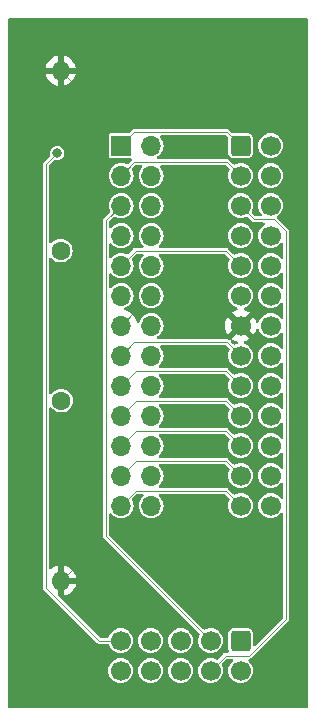
<source format=gbr>
%TF.GenerationSoftware,KiCad,Pcbnew,7.0.8*%
%TF.CreationDate,2024-12-22T17:31:23+01:00*%
%TF.ProjectId,pctransporter,70637472-616e-4737-906f-727465722e6b,rev?*%
%TF.SameCoordinates,Original*%
%TF.FileFunction,Copper,L2,Bot*%
%TF.FilePolarity,Positive*%
%FSLAX46Y46*%
G04 Gerber Fmt 4.6, Leading zero omitted, Abs format (unit mm)*
G04 Created by KiCad (PCBNEW 7.0.8) date 2024-12-22 17:31:23*
%MOMM*%
%LPD*%
G01*
G04 APERTURE LIST*
G04 Aperture macros list*
%AMRoundRect*
0 Rectangle with rounded corners*
0 $1 Rounding radius*
0 $2 $3 $4 $5 $6 $7 $8 $9 X,Y pos of 4 corners*
0 Add a 4 corners polygon primitive as box body*
4,1,4,$2,$3,$4,$5,$6,$7,$8,$9,$2,$3,0*
0 Add four circle primitives for the rounded corners*
1,1,$1+$1,$2,$3*
1,1,$1+$1,$4,$5*
1,1,$1+$1,$6,$7*
1,1,$1+$1,$8,$9*
0 Add four rect primitives between the rounded corners*
20,1,$1+$1,$2,$3,$4,$5,0*
20,1,$1+$1,$4,$5,$6,$7,0*
20,1,$1+$1,$6,$7,$8,$9,0*
20,1,$1+$1,$8,$9,$2,$3,0*%
G04 Aperture macros list end*
%TA.AperFunction,ComponentPad*%
%ADD10R,1.700000X1.700000*%
%TD*%
%TA.AperFunction,ComponentPad*%
%ADD11O,1.700000X1.700000*%
%TD*%
%TA.AperFunction,ComponentPad*%
%ADD12O,1.600000X1.600000*%
%TD*%
%TA.AperFunction,ComponentPad*%
%ADD13C,1.600000*%
%TD*%
%TA.AperFunction,ComponentPad*%
%ADD14C,1.700000*%
%TD*%
%TA.AperFunction,ComponentPad*%
%ADD15RoundRect,0.250000X-0.600000X0.600000X-0.600000X-0.600000X0.600000X-0.600000X0.600000X0.600000X0*%
%TD*%
%TA.AperFunction,ComponentPad*%
%ADD16RoundRect,0.250000X-0.600000X-0.600000X0.600000X-0.600000X0.600000X0.600000X-0.600000X0.600000X0*%
%TD*%
%TA.AperFunction,ViaPad*%
%ADD17C,0.800000*%
%TD*%
%TA.AperFunction,Conductor*%
%ADD18C,0.100000*%
%TD*%
G04 APERTURE END LIST*
D10*
%TO.P,J17,1,Pin_1*%
%TO.N,Y0*%
X36870000Y-35555000D03*
D11*
%TO.P,J17,2,Pin_2*%
%TO.N,Y1*%
X39410000Y-35555000D03*
%TO.P,J17,3,Pin_3*%
%TO.N,VCC*%
X36870000Y-38095000D03*
%TO.P,J17,4,Pin_4*%
%TO.N,Y2*%
X39410000Y-38095000D03*
%TO.P,J17,5,Pin_5*%
%TO.N,SM1{slash}CAPL*%
X36870000Y-40635000D03*
%TO.P,J17,6,Pin_6*%
%TO.N,Y3*%
X39410000Y-40635000D03*
%TO.P,J17,7,Pin_7*%
%TO.N,SM0{slash}OAPL*%
X36870000Y-43175000D03*
%TO.P,J17,8,Pin_8*%
%TO.N,Y4*%
X39410000Y-43175000D03*
%TO.P,J17,9,Pin_9*%
%TO.N,CAPLOCK\u002A*%
X36870000Y-45715000D03*
%TO.P,J17,10,Pin_10*%
%TO.N,Y5*%
X39410000Y-45715000D03*
%TO.P,J17,11,Pin_11*%
%TO.N,CNTL*%
X36870000Y-48255000D03*
%TO.P,J17,12,Pin_12*%
%TO.N,Y8*%
X39410000Y-48255000D03*
%TO.P,J17,13,Pin_13*%
%TO.N,GND*%
X36870000Y-50795000D03*
%TO.P,J17,14,Pin_14*%
%TO.N,X0*%
X39410000Y-50795000D03*
%TO.P,J17,15,Pin_15*%
%TO.N,RESET*%
X36870000Y-53335000D03*
%TO.P,J17,16,Pin_16*%
%TO.N,X2*%
X39410000Y-53335000D03*
%TO.P,J17,17,Pin_17*%
%TO.N,X7*%
X36870000Y-55875000D03*
%TO.P,J17,18,Pin_18*%
%TO.N,X1*%
X39410000Y-55875000D03*
%TO.P,J17,19,Pin_19*%
%TO.N,X5*%
X36870000Y-58415000D03*
%TO.P,J17,20,Pin_20*%
%TO.N,X3*%
X39410000Y-58415000D03*
%TO.P,J17,21,Pin_21*%
%TO.N,X4*%
X36870000Y-60955000D03*
%TO.P,J17,22,Pin_22*%
%TO.N,Y9*%
X39410000Y-60955000D03*
%TO.P,J17,23,Pin_23*%
%TO.N,Y6*%
X36870000Y-63495000D03*
%TO.P,J17,24,Pin_24*%
%TO.N,SHFT\u002A*%
X39410000Y-63495000D03*
%TO.P,J17,25,Pin_25*%
%TO.N,Y7*%
X36870000Y-66035000D03*
%TO.P,J17,26,Pin_26*%
%TO.N,X6*%
X39410000Y-66035000D03*
%TD*%
D12*
%TO.P,R1,2*%
%TO.N,GND*%
X31750000Y-29205000D03*
D13*
%TO.P,R1,1*%
%TO.N,Net-(JP4-A)*%
X31750000Y-44445000D03*
%TD*%
D14*
%TO.P,J1,10,Pin_10*%
%TO.N,SHFT\u002A*%
X36830000Y-80005000D03*
%TO.P,J1,9,Pin_9*%
%TO.N,CNTL'*%
X36830000Y-77465000D03*
%TO.P,J1,8,Pin_8*%
%TO.N,CNTL*%
X39370000Y-80005000D03*
%TO.P,J1,7,Pin_7*%
%TO.N,CAPLOCK\u002A*%
X39370000Y-77465000D03*
%TO.P,J1,6,Pin_6*%
%TO.N,SM0{slash}OAPL'*%
X41910000Y-80005000D03*
%TO.P,J1,5,Pin_5*%
%TO.N,SM0{slash}OAPL*%
X41910000Y-77465000D03*
%TO.P,J1,4,Pin_4*%
%TO.N,SM1{slash}CAPL'*%
X44450000Y-80005000D03*
%TO.P,J1,3,Pin_3*%
%TO.N,SM1{slash}CAPL*%
X44450000Y-77465000D03*
%TO.P,J1,2,Pin_2*%
%TO.N,unconnected-(J1-Pin_2-Pad2)*%
X46990000Y-80005000D03*
D15*
%TO.P,J1,1,Pin_1*%
%TO.N,unconnected-(J1-Pin_1-Pad1)*%
X46990000Y-77465000D03*
%TD*%
D12*
%TO.P,R2,2*%
%TO.N,GND*%
X31790000Y-72385000D03*
D13*
%TO.P,R2,1*%
%TO.N,Net-(JP5-A)*%
X31790000Y-57145000D03*
%TD*%
D14*
%TO.P,J2,26,Pin_26*%
%TO.N,X6*%
X49530000Y-66035000D03*
%TO.P,J2,25,Pin_25*%
%TO.N,Y7*%
X46990000Y-66035000D03*
%TO.P,J2,24,Pin_24*%
%TO.N,SHFT\u002A*%
X49530000Y-63495000D03*
%TO.P,J2,23,Pin_23*%
%TO.N,Y6*%
X46990000Y-63495000D03*
%TO.P,J2,22,Pin_22*%
%TO.N,Y9*%
X49530000Y-60955000D03*
%TO.P,J2,21,Pin_21*%
%TO.N,X4*%
X46990000Y-60955000D03*
%TO.P,J2,20,Pin_20*%
%TO.N,X3*%
X49530000Y-58415000D03*
%TO.P,J2,19,Pin_19*%
%TO.N,X5*%
X46990000Y-58415000D03*
%TO.P,J2,18,Pin_18*%
%TO.N,X1*%
X49530000Y-55875000D03*
%TO.P,J2,17,Pin_17*%
%TO.N,X7*%
X46990000Y-55875000D03*
%TO.P,J2,16,Pin_16*%
%TO.N,X2*%
X49530000Y-53335000D03*
%TO.P,J2,15,Pin_15*%
%TO.N,RESET*%
X46990000Y-53335000D03*
%TO.P,J2,14,Pin_14*%
%TO.N,X0*%
X49530000Y-50795000D03*
%TO.P,J2,13,Pin_13*%
%TO.N,GND*%
X46990000Y-50795000D03*
%TO.P,J2,12,Pin_12*%
%TO.N,Y8*%
X49530000Y-48255000D03*
%TO.P,J2,11,Pin_11*%
%TO.N,CNTL'*%
X46990000Y-48255000D03*
%TO.P,J2,10,Pin_10*%
%TO.N,Y5*%
X49530000Y-45715000D03*
%TO.P,J2,9,Pin_9*%
%TO.N,CAPLOCK\u002A*%
X46990000Y-45715000D03*
%TO.P,J2,8,Pin_8*%
%TO.N,Y4*%
X49530000Y-43175000D03*
%TO.P,J2,7,Pin_7*%
%TO.N,SM0{slash}OAPL'*%
X46990000Y-43175000D03*
%TO.P,J2,6,Pin_6*%
%TO.N,Y3*%
X49530000Y-40635000D03*
%TO.P,J2,5,Pin_5*%
%TO.N,SM1{slash}CAPL'*%
X46990000Y-40635000D03*
%TO.P,J2,4,Pin_4*%
%TO.N,Y2*%
X49530000Y-38095000D03*
%TO.P,J2,3,Pin_3*%
%TO.N,VCC*%
X46990000Y-38095000D03*
%TO.P,J2,2,Pin_2*%
%TO.N,Y1*%
X49530000Y-35555000D03*
D16*
%TO.P,J2,1,Pin_1*%
%TO.N,Y0*%
X46990000Y-35555000D03*
%TD*%
D17*
%TO.N,CNTL'*%
X31469500Y-36190000D03*
%TD*%
D18*
%TO.N,CAPLOCK\u002A*%
X36830000Y-45715000D02*
X38100000Y-44445000D01*
X38100000Y-44445000D02*
X45720000Y-44445000D01*
X45720000Y-44445000D02*
X46990000Y-45715000D01*
%TO.N,CNTL'*%
X31469500Y-36190000D02*
X30520000Y-37139500D01*
X34965000Y-77465000D02*
X36830000Y-77465000D01*
X30520000Y-37139500D02*
X30520000Y-73020000D01*
X30520000Y-73020000D02*
X34965000Y-77465000D01*
%TO.N,GND*%
X31750000Y-72385000D02*
X34965000Y-69170000D01*
X34965000Y-69170000D02*
X34965000Y-32420000D01*
X31750000Y-29205000D02*
X34965000Y-32420000D01*
X34965000Y-32420000D02*
X34965000Y-37890054D01*
X34965000Y-37890054D02*
X36439946Y-39365000D01*
X47380054Y-44445000D02*
X48260000Y-45324946D01*
X41519946Y-39365000D02*
X46599946Y-44445000D01*
X36439946Y-39365000D02*
X41519946Y-39365000D01*
X48260000Y-49525000D02*
X46990000Y-50795000D01*
X46599946Y-44445000D02*
X47380054Y-44445000D01*
X48260000Y-45324946D02*
X48260000Y-49525000D01*
%TO.N,SM1{slash}CAPL'*%
X44450000Y-80005000D02*
X45720000Y-78735000D01*
X45720000Y-78735000D02*
X47733174Y-78735000D01*
X50840000Y-42824946D02*
X49820398Y-41805344D01*
X47733174Y-78735000D02*
X50840000Y-75628174D01*
X50840000Y-75628174D02*
X50840000Y-42824946D01*
X48160344Y-41805344D02*
X46990000Y-40635000D01*
X49820398Y-41805344D02*
X48160344Y-41805344D01*
%TO.N,SM1{slash}CAPL*%
X44450000Y-77465000D02*
X35600000Y-68615000D01*
X35600000Y-68615000D02*
X35600000Y-41865000D01*
X35600000Y-41865000D02*
X36830000Y-40635000D01*
%TO.N,Y7*%
X36830000Y-66035000D02*
X38100000Y-64765000D01*
X38100000Y-64765000D02*
X45720000Y-64765000D01*
X45720000Y-64765000D02*
X46990000Y-66035000D01*
%TO.N,Y6*%
X36830000Y-63495000D02*
X38100000Y-62225000D01*
X38100000Y-62225000D02*
X45720000Y-62225000D01*
X45720000Y-62225000D02*
X46990000Y-63495000D01*
%TO.N,X4*%
X36830000Y-60955000D02*
X38100000Y-59685000D01*
X38100000Y-59685000D02*
X45720000Y-59685000D01*
X45720000Y-59685000D02*
X46990000Y-60955000D01*
%TO.N,X5*%
X36830000Y-58415000D02*
X38100000Y-57145000D01*
X38100000Y-57145000D02*
X45720000Y-57145000D01*
X45720000Y-57145000D02*
X46990000Y-58415000D01*
%TO.N,X7*%
X36830000Y-55875000D02*
X38100000Y-54605000D01*
X38100000Y-54605000D02*
X45720000Y-54605000D01*
X45720000Y-54605000D02*
X46990000Y-55875000D01*
%TO.N,RESET*%
X36830000Y-53335000D02*
X38000344Y-52164656D01*
X38000344Y-52164656D02*
X45819656Y-52164656D01*
X45819656Y-52164656D02*
X46990000Y-53335000D01*
%TO.N,GND*%
X36830000Y-50795000D02*
X38000344Y-49624656D01*
X38000344Y-49624656D02*
X45819656Y-49624656D01*
X45819656Y-49624656D02*
X46990000Y-50795000D01*
%TO.N,VCC*%
X36830000Y-38095000D02*
X38000344Y-36924656D01*
X45819656Y-36924656D02*
X46990000Y-38095000D01*
X38000344Y-36924656D02*
X45819656Y-36924656D01*
%TO.N,Y0*%
X36830000Y-35555000D02*
X38000344Y-34384656D01*
X38000344Y-34384656D02*
X45819656Y-34384656D01*
X45819656Y-34384656D02*
X46990000Y-35555000D01*
%TD*%
%TA.AperFunction,Conductor*%
%TO.N,GND*%
G36*
X52648039Y-24779685D02*
G01*
X52693794Y-24832489D01*
X52705000Y-24884000D01*
X52705000Y-83056000D01*
X52685315Y-83123039D01*
X52632511Y-83168794D01*
X52581000Y-83180000D01*
X27429000Y-83180000D01*
X27361961Y-83160315D01*
X27316206Y-83107511D01*
X27305000Y-83056000D01*
X27305000Y-80005000D01*
X35774417Y-80005000D01*
X35794699Y-80210932D01*
X35794700Y-80210934D01*
X35854768Y-80408954D01*
X35952315Y-80591450D01*
X35952317Y-80591452D01*
X36083589Y-80751410D01*
X36180209Y-80830702D01*
X36243550Y-80882685D01*
X36426046Y-80980232D01*
X36624066Y-81040300D01*
X36624065Y-81040300D01*
X36642529Y-81042118D01*
X36830000Y-81060583D01*
X37035934Y-81040300D01*
X37233954Y-80980232D01*
X37416450Y-80882685D01*
X37576410Y-80751410D01*
X37707685Y-80591450D01*
X37805232Y-80408954D01*
X37865300Y-80210934D01*
X37885583Y-80005000D01*
X38314417Y-80005000D01*
X38334699Y-80210932D01*
X38334700Y-80210934D01*
X38394768Y-80408954D01*
X38492315Y-80591450D01*
X38492317Y-80591452D01*
X38623589Y-80751410D01*
X38720209Y-80830702D01*
X38783550Y-80882685D01*
X38966046Y-80980232D01*
X39164066Y-81040300D01*
X39164065Y-81040300D01*
X39182529Y-81042118D01*
X39370000Y-81060583D01*
X39575934Y-81040300D01*
X39773954Y-80980232D01*
X39956450Y-80882685D01*
X40116410Y-80751410D01*
X40247685Y-80591450D01*
X40345232Y-80408954D01*
X40405300Y-80210934D01*
X40425583Y-80005000D01*
X40854417Y-80005000D01*
X40874699Y-80210932D01*
X40874700Y-80210934D01*
X40934768Y-80408954D01*
X41032315Y-80591450D01*
X41032317Y-80591452D01*
X41163589Y-80751410D01*
X41260209Y-80830702D01*
X41323550Y-80882685D01*
X41506046Y-80980232D01*
X41704066Y-81040300D01*
X41704065Y-81040300D01*
X41722529Y-81042118D01*
X41910000Y-81060583D01*
X42115934Y-81040300D01*
X42313954Y-80980232D01*
X42496450Y-80882685D01*
X42656410Y-80751410D01*
X42787685Y-80591450D01*
X42885232Y-80408954D01*
X42945300Y-80210934D01*
X42965583Y-80005000D01*
X42945300Y-79799066D01*
X42885232Y-79601046D01*
X42787685Y-79418550D01*
X42735702Y-79355209D01*
X42656410Y-79258589D01*
X42496452Y-79127317D01*
X42496453Y-79127317D01*
X42496450Y-79127315D01*
X42313954Y-79029768D01*
X42115934Y-78969700D01*
X42115932Y-78969699D01*
X42115934Y-78969699D01*
X41910000Y-78949417D01*
X41704067Y-78969699D01*
X41506043Y-79029769D01*
X41410309Y-79080941D01*
X41323550Y-79127315D01*
X41323548Y-79127316D01*
X41323547Y-79127317D01*
X41163589Y-79258589D01*
X41032317Y-79418547D01*
X41032315Y-79418550D01*
X40993643Y-79490898D01*
X40934769Y-79601043D01*
X40874699Y-79799067D01*
X40854417Y-80005000D01*
X40425583Y-80005000D01*
X40405300Y-79799066D01*
X40345232Y-79601046D01*
X40247685Y-79418550D01*
X40195702Y-79355209D01*
X40116410Y-79258589D01*
X39956452Y-79127317D01*
X39956453Y-79127317D01*
X39956450Y-79127315D01*
X39773954Y-79029768D01*
X39575934Y-78969700D01*
X39575932Y-78969699D01*
X39575934Y-78969699D01*
X39370000Y-78949417D01*
X39164067Y-78969699D01*
X38966043Y-79029769D01*
X38870309Y-79080941D01*
X38783550Y-79127315D01*
X38783548Y-79127316D01*
X38783547Y-79127317D01*
X38623589Y-79258589D01*
X38492317Y-79418547D01*
X38492315Y-79418550D01*
X38453643Y-79490898D01*
X38394769Y-79601043D01*
X38334699Y-79799067D01*
X38314417Y-80005000D01*
X37885583Y-80005000D01*
X37865300Y-79799066D01*
X37805232Y-79601046D01*
X37707685Y-79418550D01*
X37655702Y-79355209D01*
X37576410Y-79258589D01*
X37416452Y-79127317D01*
X37416453Y-79127317D01*
X37416450Y-79127315D01*
X37233954Y-79029768D01*
X37035934Y-78969700D01*
X37035932Y-78969699D01*
X37035934Y-78969699D01*
X36830000Y-78949417D01*
X36624067Y-78969699D01*
X36426043Y-79029769D01*
X36330309Y-79080941D01*
X36243550Y-79127315D01*
X36243548Y-79127316D01*
X36243547Y-79127317D01*
X36083589Y-79258589D01*
X35952317Y-79418547D01*
X35952315Y-79418550D01*
X35913643Y-79490898D01*
X35854769Y-79601043D01*
X35794699Y-79799067D01*
X35774417Y-80005000D01*
X27305000Y-80005000D01*
X27305000Y-73020002D01*
X30264592Y-73020002D01*
X30284033Y-73117739D01*
X30284033Y-73117740D01*
X30284034Y-73117741D01*
X30303942Y-73147536D01*
X30339399Y-73200601D01*
X30350168Y-73207796D01*
X30368957Y-73223217D01*
X34761782Y-77616042D01*
X34777203Y-77634832D01*
X34784396Y-77645598D01*
X34784397Y-77645598D01*
X34784399Y-77645601D01*
X34837463Y-77681057D01*
X34867259Y-77700966D01*
X34867263Y-77700967D01*
X34964998Y-77720408D01*
X34965000Y-77720408D01*
X34965001Y-77720408D01*
X34977694Y-77717883D01*
X35001886Y-77715500D01*
X35716254Y-77715500D01*
X35783293Y-77735185D01*
X35829048Y-77787989D01*
X35834915Y-77803505D01*
X35854769Y-77868957D01*
X35893136Y-77940734D01*
X35952315Y-78051450D01*
X35952317Y-78051452D01*
X36083589Y-78211410D01*
X36164584Y-78277880D01*
X36243550Y-78342685D01*
X36426046Y-78440232D01*
X36624066Y-78500300D01*
X36624065Y-78500300D01*
X36642529Y-78502118D01*
X36830000Y-78520583D01*
X37035934Y-78500300D01*
X37233954Y-78440232D01*
X37416450Y-78342685D01*
X37576410Y-78211410D01*
X37707685Y-78051450D01*
X37805232Y-77868954D01*
X37865300Y-77670934D01*
X37885583Y-77465000D01*
X38314417Y-77465000D01*
X38334699Y-77670932D01*
X38354190Y-77735185D01*
X38394768Y-77868954D01*
X38492315Y-78051450D01*
X38492317Y-78051452D01*
X38623589Y-78211410D01*
X38704584Y-78277880D01*
X38783550Y-78342685D01*
X38966046Y-78440232D01*
X39164066Y-78500300D01*
X39164065Y-78500300D01*
X39182529Y-78502118D01*
X39370000Y-78520583D01*
X39575934Y-78500300D01*
X39773954Y-78440232D01*
X39956450Y-78342685D01*
X40116410Y-78211410D01*
X40247685Y-78051450D01*
X40345232Y-77868954D01*
X40405300Y-77670934D01*
X40425583Y-77465000D01*
X40854417Y-77465000D01*
X40874699Y-77670932D01*
X40894190Y-77735185D01*
X40934768Y-77868954D01*
X41032315Y-78051450D01*
X41032317Y-78051452D01*
X41163589Y-78211410D01*
X41244584Y-78277880D01*
X41323550Y-78342685D01*
X41506046Y-78440232D01*
X41704066Y-78500300D01*
X41704065Y-78500300D01*
X41722529Y-78502118D01*
X41910000Y-78520583D01*
X42115934Y-78500300D01*
X42313954Y-78440232D01*
X42496450Y-78342685D01*
X42656410Y-78211410D01*
X42787685Y-78051450D01*
X42885232Y-77868954D01*
X42945300Y-77670934D01*
X42965583Y-77465000D01*
X42945300Y-77259066D01*
X42885232Y-77061046D01*
X42787685Y-76878550D01*
X42707052Y-76780298D01*
X42656410Y-76718589D01*
X42496452Y-76587317D01*
X42496453Y-76587317D01*
X42496450Y-76587315D01*
X42313954Y-76489768D01*
X42115934Y-76429700D01*
X42115932Y-76429699D01*
X42115934Y-76429699D01*
X41910000Y-76409417D01*
X41704067Y-76429699D01*
X41506043Y-76489769D01*
X41419083Y-76536251D01*
X41323550Y-76587315D01*
X41323548Y-76587316D01*
X41323547Y-76587317D01*
X41163589Y-76718589D01*
X41032317Y-76878547D01*
X40934769Y-77061043D01*
X40874699Y-77259067D01*
X40854417Y-77465000D01*
X40425583Y-77465000D01*
X40405300Y-77259066D01*
X40345232Y-77061046D01*
X40247685Y-76878550D01*
X40167052Y-76780298D01*
X40116410Y-76718589D01*
X39956452Y-76587317D01*
X39956453Y-76587317D01*
X39956450Y-76587315D01*
X39773954Y-76489768D01*
X39575934Y-76429700D01*
X39575932Y-76429699D01*
X39575934Y-76429699D01*
X39370000Y-76409417D01*
X39164067Y-76429699D01*
X38966043Y-76489769D01*
X38879083Y-76536251D01*
X38783550Y-76587315D01*
X38783548Y-76587316D01*
X38783547Y-76587317D01*
X38623589Y-76718589D01*
X38492317Y-76878547D01*
X38394769Y-77061043D01*
X38334699Y-77259067D01*
X38314417Y-77465000D01*
X37885583Y-77465000D01*
X37865300Y-77259066D01*
X37805232Y-77061046D01*
X37707685Y-76878550D01*
X37627052Y-76780298D01*
X37576410Y-76718589D01*
X37416452Y-76587317D01*
X37416453Y-76587317D01*
X37416450Y-76587315D01*
X37233954Y-76489768D01*
X37035934Y-76429700D01*
X37035932Y-76429699D01*
X37035934Y-76429699D01*
X36830000Y-76409417D01*
X36624067Y-76429699D01*
X36426043Y-76489769D01*
X36339083Y-76536251D01*
X36243550Y-76587315D01*
X36243548Y-76587316D01*
X36243547Y-76587317D01*
X36083589Y-76718589D01*
X35952317Y-76878547D01*
X35854769Y-77061042D01*
X35834915Y-77126495D01*
X35796617Y-77184934D01*
X35732805Y-77213390D01*
X35716254Y-77214500D01*
X35120122Y-77214500D01*
X35053083Y-77194815D01*
X35032441Y-77178181D01*
X31576319Y-73722059D01*
X31542834Y-73660736D01*
X31540000Y-73634378D01*
X31540000Y-72700686D01*
X31551955Y-72712641D01*
X31664852Y-72770165D01*
X31758519Y-72785000D01*
X31821481Y-72785000D01*
X31915148Y-72770165D01*
X32028045Y-72712641D01*
X32040000Y-72700686D01*
X32040000Y-73663872D01*
X32236317Y-73611269D01*
X32236326Y-73611265D01*
X32442482Y-73515134D01*
X32628820Y-73384657D01*
X32789657Y-73223820D01*
X32920134Y-73037482D01*
X33016265Y-72831326D01*
X33016269Y-72831317D01*
X33068872Y-72635000D01*
X32105686Y-72635000D01*
X32117641Y-72623045D01*
X32175165Y-72510148D01*
X32194986Y-72385000D01*
X32175165Y-72259852D01*
X32117641Y-72146955D01*
X32105686Y-72135000D01*
X33068872Y-72135000D01*
X33068872Y-72134999D01*
X33016269Y-71938682D01*
X33016265Y-71938673D01*
X32920134Y-71732517D01*
X32789657Y-71546179D01*
X32628820Y-71385342D01*
X32442482Y-71254865D01*
X32236328Y-71158734D01*
X32040000Y-71106127D01*
X32040000Y-72069314D01*
X32028045Y-72057359D01*
X31915148Y-71999835D01*
X31821481Y-71985000D01*
X31758519Y-71985000D01*
X31664852Y-71999835D01*
X31551955Y-72057359D01*
X31540000Y-72069314D01*
X31540000Y-71106127D01*
X31343671Y-71158734D01*
X31137517Y-71254865D01*
X30965624Y-71375228D01*
X30899418Y-71397555D01*
X30831650Y-71380545D01*
X30783837Y-71329597D01*
X30770500Y-71273653D01*
X30770500Y-68615002D01*
X35344592Y-68615002D01*
X35364033Y-68712739D01*
X35364033Y-68712740D01*
X35364034Y-68712741D01*
X35383942Y-68742536D01*
X35419399Y-68795601D01*
X35430168Y-68802796D01*
X35448957Y-68818217D01*
X43485332Y-76854592D01*
X43518817Y-76915915D01*
X43513833Y-76985607D01*
X43507009Y-77000726D01*
X43474771Y-77061038D01*
X43474770Y-77061041D01*
X43474769Y-77061043D01*
X43474768Y-77061046D01*
X43450165Y-77142149D01*
X43414699Y-77259067D01*
X43394417Y-77465000D01*
X43414699Y-77670932D01*
X43434190Y-77735185D01*
X43474768Y-77868954D01*
X43572315Y-78051450D01*
X43572317Y-78051452D01*
X43703589Y-78211410D01*
X43784584Y-78277880D01*
X43863550Y-78342685D01*
X44046046Y-78440232D01*
X44244066Y-78500300D01*
X44244065Y-78500300D01*
X44262529Y-78502118D01*
X44450000Y-78520583D01*
X44655934Y-78500300D01*
X44853954Y-78440232D01*
X45036450Y-78342685D01*
X45196410Y-78211410D01*
X45327685Y-78051450D01*
X45425232Y-77868954D01*
X45485300Y-77670934D01*
X45505583Y-77465000D01*
X45485300Y-77259066D01*
X45425232Y-77061046D01*
X45327685Y-76878550D01*
X45247052Y-76780298D01*
X45196410Y-76718589D01*
X45036452Y-76587317D01*
X45036453Y-76587317D01*
X45036450Y-76587315D01*
X44853954Y-76489768D01*
X44655934Y-76429700D01*
X44655932Y-76429699D01*
X44655934Y-76429699D01*
X44450000Y-76409417D01*
X44244067Y-76429699D01*
X44127149Y-76465165D01*
X44046046Y-76489768D01*
X44046043Y-76489769D01*
X44046041Y-76489770D01*
X44046038Y-76489771D01*
X43985726Y-76522009D01*
X43917323Y-76536251D01*
X43852079Y-76511251D01*
X43839592Y-76500332D01*
X35886819Y-68547559D01*
X35853334Y-68486236D01*
X35850500Y-68459878D01*
X35850500Y-66795205D01*
X35870185Y-66728166D01*
X35922989Y-66682411D01*
X35992147Y-66672467D01*
X36055703Y-66701492D01*
X36070354Y-66716541D01*
X36123589Y-66781410D01*
X36140399Y-66795205D01*
X36283550Y-66912685D01*
X36466046Y-67010232D01*
X36664066Y-67070300D01*
X36664065Y-67070300D01*
X36682529Y-67072118D01*
X36870000Y-67090583D01*
X37075934Y-67070300D01*
X37273954Y-67010232D01*
X37456450Y-66912685D01*
X37616410Y-66781410D01*
X37747685Y-66621450D01*
X37845232Y-66438954D01*
X37905300Y-66240934D01*
X37925583Y-66035000D01*
X37905300Y-65829066D01*
X37845232Y-65631046D01*
X37845230Y-65631043D01*
X37845230Y-65631041D01*
X37799057Y-65544658D01*
X37784815Y-65476256D01*
X37809815Y-65411012D01*
X37820726Y-65398533D01*
X38167441Y-65051819D01*
X38228764Y-65018334D01*
X38255122Y-65015500D01*
X38649794Y-65015500D01*
X38716833Y-65035185D01*
X38762588Y-65087989D01*
X38772532Y-65157147D01*
X38743507Y-65220703D01*
X38728459Y-65235353D01*
X38663590Y-65288589D01*
X38532317Y-65448547D01*
X38434769Y-65631043D01*
X38374699Y-65829067D01*
X38354417Y-66035000D01*
X38374699Y-66240932D01*
X38374700Y-66240934D01*
X38434768Y-66438954D01*
X38532315Y-66621450D01*
X38538073Y-66628466D01*
X38663589Y-66781410D01*
X38680399Y-66795205D01*
X38823550Y-66912685D01*
X39006046Y-67010232D01*
X39204066Y-67070300D01*
X39204065Y-67070300D01*
X39222529Y-67072118D01*
X39410000Y-67090583D01*
X39615934Y-67070300D01*
X39813954Y-67010232D01*
X39996450Y-66912685D01*
X40156410Y-66781410D01*
X40287685Y-66621450D01*
X40385232Y-66438954D01*
X40445300Y-66240934D01*
X40465583Y-66035000D01*
X40445300Y-65829066D01*
X40385232Y-65631046D01*
X40287685Y-65448550D01*
X40156410Y-65288590D01*
X40156409Y-65288589D01*
X40091541Y-65235353D01*
X40052207Y-65177608D01*
X40050336Y-65107763D01*
X40086523Y-65047995D01*
X40149279Y-65017279D01*
X40170206Y-65015500D01*
X45564878Y-65015500D01*
X45631917Y-65035185D01*
X45652559Y-65051819D01*
X46025332Y-65424592D01*
X46058817Y-65485915D01*
X46053833Y-65555607D01*
X46047009Y-65570726D01*
X46014771Y-65631038D01*
X46014770Y-65631041D01*
X45954699Y-65829067D01*
X45934417Y-66035000D01*
X45954699Y-66240932D01*
X45954700Y-66240934D01*
X46014768Y-66438954D01*
X46112315Y-66621450D01*
X46118073Y-66628466D01*
X46243589Y-66781410D01*
X46260399Y-66795205D01*
X46403550Y-66912685D01*
X46586046Y-67010232D01*
X46784066Y-67070300D01*
X46784065Y-67070300D01*
X46802529Y-67072118D01*
X46990000Y-67090583D01*
X47195934Y-67070300D01*
X47393954Y-67010232D01*
X47576450Y-66912685D01*
X47736410Y-66781410D01*
X47867685Y-66621450D01*
X47965232Y-66438954D01*
X48025300Y-66240934D01*
X48045583Y-66035000D01*
X48025300Y-65829066D01*
X47965232Y-65631046D01*
X47867685Y-65448550D01*
X47815702Y-65385209D01*
X47736410Y-65288589D01*
X47576452Y-65157317D01*
X47576453Y-65157317D01*
X47576450Y-65157315D01*
X47393954Y-65059768D01*
X47195934Y-64999700D01*
X47195932Y-64999699D01*
X47195934Y-64999699D01*
X46990000Y-64979417D01*
X46784067Y-64999699D01*
X46667149Y-65035165D01*
X46586046Y-65059768D01*
X46586043Y-65059769D01*
X46586041Y-65059770D01*
X46586038Y-65059771D01*
X46525726Y-65092009D01*
X46457323Y-65106251D01*
X46392079Y-65081251D01*
X46379592Y-65070332D01*
X45923217Y-64613957D01*
X45907794Y-64595165D01*
X45900603Y-64584403D01*
X45900601Y-64584399D01*
X45900598Y-64584397D01*
X45847536Y-64548942D01*
X45817741Y-64529034D01*
X45817740Y-64529033D01*
X45817739Y-64529033D01*
X45720002Y-64509592D01*
X45719999Y-64509592D01*
X45707306Y-64512117D01*
X45683114Y-64514500D01*
X40170206Y-64514500D01*
X40103167Y-64494815D01*
X40057412Y-64442011D01*
X40047468Y-64372853D01*
X40076493Y-64309297D01*
X40091541Y-64294647D01*
X40121483Y-64270073D01*
X40156410Y-64241410D01*
X40287685Y-64081450D01*
X40385232Y-63898954D01*
X40445300Y-63700934D01*
X40465583Y-63495000D01*
X40445300Y-63289066D01*
X40385232Y-63091046D01*
X40287685Y-62908550D01*
X40156410Y-62748590D01*
X40156409Y-62748589D01*
X40091541Y-62695353D01*
X40052207Y-62637608D01*
X40050336Y-62567763D01*
X40086523Y-62507995D01*
X40149279Y-62477279D01*
X40170206Y-62475500D01*
X45564878Y-62475500D01*
X45631917Y-62495185D01*
X45652559Y-62511819D01*
X46025332Y-62884592D01*
X46058817Y-62945915D01*
X46053833Y-63015607D01*
X46047009Y-63030726D01*
X46014771Y-63091038D01*
X46014770Y-63091041D01*
X45954699Y-63289067D01*
X45934417Y-63495000D01*
X45954699Y-63700932D01*
X45954700Y-63700934D01*
X46014768Y-63898954D01*
X46112315Y-64081450D01*
X46118073Y-64088466D01*
X46243589Y-64241410D01*
X46260399Y-64255205D01*
X46403550Y-64372685D01*
X46586046Y-64470232D01*
X46784066Y-64530300D01*
X46784065Y-64530300D01*
X46802529Y-64532118D01*
X46990000Y-64550583D01*
X47195934Y-64530300D01*
X47393954Y-64470232D01*
X47576450Y-64372685D01*
X47736410Y-64241410D01*
X47867685Y-64081450D01*
X47965232Y-63898954D01*
X48025300Y-63700934D01*
X48045583Y-63495000D01*
X48025300Y-63289066D01*
X47965232Y-63091046D01*
X47867685Y-62908550D01*
X47815702Y-62845209D01*
X47736410Y-62748589D01*
X47576452Y-62617317D01*
X47576453Y-62617317D01*
X47576450Y-62617315D01*
X47393954Y-62519768D01*
X47195934Y-62459700D01*
X47195932Y-62459699D01*
X47195934Y-62459699D01*
X46990000Y-62439417D01*
X46784067Y-62459699D01*
X46667149Y-62495165D01*
X46586046Y-62519768D01*
X46586043Y-62519769D01*
X46586041Y-62519770D01*
X46586038Y-62519771D01*
X46525726Y-62552009D01*
X46457323Y-62566251D01*
X46392079Y-62541251D01*
X46379592Y-62530332D01*
X45923217Y-62073957D01*
X45907794Y-62055165D01*
X45900603Y-62044403D01*
X45900601Y-62044399D01*
X45900598Y-62044397D01*
X45847536Y-62008942D01*
X45817741Y-61989034D01*
X45817740Y-61989033D01*
X45817739Y-61989033D01*
X45720002Y-61969592D01*
X45719999Y-61969592D01*
X45707306Y-61972117D01*
X45683114Y-61974500D01*
X40170206Y-61974500D01*
X40103167Y-61954815D01*
X40057412Y-61902011D01*
X40047468Y-61832853D01*
X40076493Y-61769297D01*
X40091541Y-61754647D01*
X40121483Y-61730073D01*
X40156410Y-61701410D01*
X40287685Y-61541450D01*
X40385232Y-61358954D01*
X40445300Y-61160934D01*
X40465583Y-60955000D01*
X40445300Y-60749066D01*
X40385232Y-60551046D01*
X40287685Y-60368550D01*
X40156410Y-60208590D01*
X40156409Y-60208589D01*
X40091541Y-60155353D01*
X40052207Y-60097608D01*
X40050336Y-60027763D01*
X40086523Y-59967995D01*
X40149279Y-59937279D01*
X40170206Y-59935500D01*
X45564878Y-59935500D01*
X45631917Y-59955185D01*
X45652559Y-59971819D01*
X46025332Y-60344592D01*
X46058817Y-60405915D01*
X46053833Y-60475607D01*
X46047009Y-60490726D01*
X46014771Y-60551038D01*
X46014770Y-60551041D01*
X45954699Y-60749067D01*
X45934417Y-60955000D01*
X45954699Y-61160932D01*
X45954700Y-61160934D01*
X46014768Y-61358954D01*
X46112315Y-61541450D01*
X46118073Y-61548466D01*
X46243589Y-61701410D01*
X46260399Y-61715205D01*
X46403550Y-61832685D01*
X46586046Y-61930232D01*
X46784066Y-61990300D01*
X46784065Y-61990300D01*
X46802529Y-61992118D01*
X46990000Y-62010583D01*
X47195934Y-61990300D01*
X47393954Y-61930232D01*
X47576450Y-61832685D01*
X47736410Y-61701410D01*
X47867685Y-61541450D01*
X47965232Y-61358954D01*
X48025300Y-61160934D01*
X48045583Y-60955000D01*
X48025300Y-60749066D01*
X47965232Y-60551046D01*
X47867685Y-60368550D01*
X47815702Y-60305209D01*
X47736410Y-60208589D01*
X47576452Y-60077317D01*
X47576453Y-60077317D01*
X47576450Y-60077315D01*
X47393954Y-59979768D01*
X47195934Y-59919700D01*
X47195932Y-59919699D01*
X47195934Y-59919699D01*
X46990000Y-59899417D01*
X46784067Y-59919699D01*
X46667149Y-59955165D01*
X46586046Y-59979768D01*
X46586043Y-59979769D01*
X46586041Y-59979770D01*
X46586038Y-59979771D01*
X46525726Y-60012009D01*
X46457323Y-60026251D01*
X46392079Y-60001251D01*
X46379592Y-59990332D01*
X45923217Y-59533957D01*
X45907794Y-59515165D01*
X45900603Y-59504403D01*
X45900601Y-59504399D01*
X45900598Y-59504397D01*
X45847536Y-59468942D01*
X45817741Y-59449034D01*
X45817740Y-59449033D01*
X45817739Y-59449033D01*
X45720002Y-59429592D01*
X45719999Y-59429592D01*
X45707306Y-59432117D01*
X45683114Y-59434500D01*
X40170206Y-59434500D01*
X40103167Y-59414815D01*
X40057412Y-59362011D01*
X40047468Y-59292853D01*
X40076493Y-59229297D01*
X40091541Y-59214647D01*
X40121483Y-59190073D01*
X40156410Y-59161410D01*
X40287685Y-59001450D01*
X40385232Y-58818954D01*
X40445300Y-58620934D01*
X40465583Y-58415000D01*
X40445300Y-58209066D01*
X40385232Y-58011046D01*
X40287685Y-57828550D01*
X40156410Y-57668590D01*
X40156409Y-57668589D01*
X40091541Y-57615353D01*
X40052207Y-57557608D01*
X40050336Y-57487763D01*
X40086523Y-57427995D01*
X40149279Y-57397279D01*
X40170206Y-57395500D01*
X45564878Y-57395500D01*
X45631917Y-57415185D01*
X45652559Y-57431819D01*
X46025332Y-57804592D01*
X46058817Y-57865915D01*
X46053833Y-57935607D01*
X46047009Y-57950726D01*
X46014771Y-58011038D01*
X46014770Y-58011041D01*
X45954699Y-58209067D01*
X45934417Y-58415000D01*
X45954699Y-58620932D01*
X45954700Y-58620934D01*
X46014768Y-58818954D01*
X46112315Y-59001450D01*
X46118073Y-59008466D01*
X46243589Y-59161410D01*
X46260399Y-59175205D01*
X46403550Y-59292685D01*
X46586046Y-59390232D01*
X46784066Y-59450300D01*
X46784065Y-59450300D01*
X46802529Y-59452118D01*
X46990000Y-59470583D01*
X47195934Y-59450300D01*
X47393954Y-59390232D01*
X47576450Y-59292685D01*
X47736410Y-59161410D01*
X47867685Y-59001450D01*
X47965232Y-58818954D01*
X48025300Y-58620934D01*
X48045583Y-58415000D01*
X48025300Y-58209066D01*
X47965232Y-58011046D01*
X47867685Y-57828550D01*
X47801353Y-57747724D01*
X47736410Y-57668589D01*
X47576452Y-57537317D01*
X47576453Y-57537317D01*
X47576450Y-57537315D01*
X47393954Y-57439768D01*
X47195934Y-57379700D01*
X47195932Y-57379699D01*
X47195934Y-57379699D01*
X46990000Y-57359417D01*
X46784067Y-57379699D01*
X46667149Y-57415165D01*
X46586046Y-57439768D01*
X46586043Y-57439769D01*
X46586041Y-57439770D01*
X46586038Y-57439771D01*
X46525726Y-57472009D01*
X46457323Y-57486251D01*
X46392079Y-57461251D01*
X46379592Y-57450332D01*
X45923217Y-56993957D01*
X45907794Y-56975165D01*
X45900603Y-56964403D01*
X45900601Y-56964399D01*
X45900598Y-56964397D01*
X45847536Y-56928942D01*
X45817741Y-56909034D01*
X45817740Y-56909033D01*
X45817739Y-56909033D01*
X45720002Y-56889592D01*
X45719999Y-56889592D01*
X45707306Y-56892117D01*
X45683114Y-56894500D01*
X40170206Y-56894500D01*
X40103167Y-56874815D01*
X40057412Y-56822011D01*
X40047468Y-56752853D01*
X40076493Y-56689297D01*
X40091541Y-56674647D01*
X40121483Y-56650073D01*
X40156410Y-56621410D01*
X40287685Y-56461450D01*
X40385232Y-56278954D01*
X40445300Y-56080934D01*
X40465583Y-55875000D01*
X40445300Y-55669066D01*
X40385232Y-55471046D01*
X40287685Y-55288550D01*
X40156410Y-55128590D01*
X40156409Y-55128589D01*
X40091541Y-55075353D01*
X40052207Y-55017608D01*
X40050336Y-54947763D01*
X40086523Y-54887995D01*
X40149279Y-54857279D01*
X40170206Y-54855500D01*
X45564878Y-54855500D01*
X45631917Y-54875185D01*
X45652559Y-54891819D01*
X46025332Y-55264592D01*
X46058817Y-55325915D01*
X46053833Y-55395607D01*
X46047009Y-55410726D01*
X46014771Y-55471038D01*
X46014770Y-55471041D01*
X45954699Y-55669067D01*
X45934417Y-55875000D01*
X45954699Y-56080932D01*
X45984734Y-56179944D01*
X46014768Y-56278954D01*
X46112315Y-56461450D01*
X46118073Y-56468466D01*
X46243589Y-56621410D01*
X46260399Y-56635205D01*
X46403550Y-56752685D01*
X46586046Y-56850232D01*
X46784066Y-56910300D01*
X46784065Y-56910300D01*
X46802529Y-56912118D01*
X46990000Y-56930583D01*
X47195934Y-56910300D01*
X47393954Y-56850232D01*
X47576450Y-56752685D01*
X47736410Y-56621410D01*
X47867685Y-56461450D01*
X47965232Y-56278954D01*
X48025300Y-56080934D01*
X48045583Y-55875000D01*
X48025300Y-55669066D01*
X47965232Y-55471046D01*
X47867685Y-55288550D01*
X47815702Y-55225209D01*
X47736410Y-55128589D01*
X47576452Y-54997317D01*
X47576453Y-54997317D01*
X47576450Y-54997315D01*
X47393954Y-54899768D01*
X47195934Y-54839700D01*
X47195932Y-54839699D01*
X47195934Y-54839699D01*
X46990000Y-54819417D01*
X46784067Y-54839699D01*
X46667149Y-54875165D01*
X46586046Y-54899768D01*
X46586043Y-54899769D01*
X46586041Y-54899770D01*
X46586038Y-54899771D01*
X46525726Y-54932009D01*
X46457323Y-54946251D01*
X46392079Y-54921251D01*
X46379592Y-54910332D01*
X45923217Y-54453957D01*
X45907794Y-54435165D01*
X45900603Y-54424403D01*
X45900601Y-54424399D01*
X45900598Y-54424397D01*
X45847536Y-54388942D01*
X45817741Y-54369034D01*
X45817740Y-54369033D01*
X45817739Y-54369033D01*
X45720002Y-54349592D01*
X45719999Y-54349592D01*
X45707306Y-54352117D01*
X45683114Y-54354500D01*
X40170206Y-54354500D01*
X40103167Y-54334815D01*
X40057412Y-54282011D01*
X40047468Y-54212853D01*
X40076493Y-54149297D01*
X40091541Y-54134647D01*
X40121483Y-54110073D01*
X40156410Y-54081410D01*
X40287685Y-53921450D01*
X40385232Y-53738954D01*
X40445300Y-53540934D01*
X40465583Y-53335000D01*
X40445300Y-53129066D01*
X40385232Y-52931046D01*
X40287685Y-52748550D01*
X40240105Y-52690573D01*
X40180399Y-52617820D01*
X40153087Y-52553510D01*
X40164878Y-52484643D01*
X40212031Y-52433083D01*
X40276253Y-52415156D01*
X45664534Y-52415156D01*
X45731573Y-52434841D01*
X45752215Y-52451475D01*
X46025332Y-52724592D01*
X46058817Y-52785915D01*
X46053833Y-52855607D01*
X46047009Y-52870726D01*
X46014771Y-52931038D01*
X46014770Y-52931041D01*
X45954699Y-53129067D01*
X45934417Y-53335000D01*
X45954699Y-53540932D01*
X45954700Y-53540934D01*
X46014768Y-53738954D01*
X46112315Y-53921450D01*
X46118073Y-53928466D01*
X46243589Y-54081410D01*
X46260399Y-54095205D01*
X46403550Y-54212685D01*
X46586046Y-54310232D01*
X46784066Y-54370300D01*
X46784065Y-54370300D01*
X46802529Y-54372118D01*
X46990000Y-54390583D01*
X47195934Y-54370300D01*
X47393954Y-54310232D01*
X47576450Y-54212685D01*
X47736410Y-54081410D01*
X47867685Y-53921450D01*
X47965232Y-53738954D01*
X48025300Y-53540934D01*
X48045583Y-53335000D01*
X48025300Y-53129066D01*
X47965232Y-52931046D01*
X47867685Y-52748550D01*
X47815702Y-52685209D01*
X47736410Y-52588589D01*
X47576452Y-52457317D01*
X47576453Y-52457317D01*
X47576450Y-52457315D01*
X47393954Y-52359768D01*
X47327447Y-52339593D01*
X47269009Y-52301296D01*
X47240553Y-52237484D01*
X47251113Y-52168417D01*
X47297337Y-52116023D01*
X47331350Y-52101158D01*
X47453483Y-52068433D01*
X47453492Y-52068429D01*
X47667578Y-51968600D01*
X47667582Y-51968598D01*
X47751373Y-51909926D01*
X47751373Y-51909925D01*
X47122533Y-51281086D01*
X47132315Y-51279680D01*
X47263100Y-51219952D01*
X47371761Y-51125798D01*
X47449493Y-51004844D01*
X47473076Y-50924524D01*
X48104925Y-51556373D01*
X48104926Y-51556373D01*
X48163598Y-51472582D01*
X48163600Y-51472578D01*
X48263429Y-51258492D01*
X48263433Y-51258483D01*
X48296158Y-51136350D01*
X48332522Y-51076690D01*
X48395369Y-51046160D01*
X48464745Y-51054454D01*
X48518623Y-51098939D01*
X48534593Y-51132447D01*
X48554768Y-51198954D01*
X48652315Y-51381450D01*
X48658073Y-51388466D01*
X48783589Y-51541410D01*
X48880209Y-51620702D01*
X48943550Y-51672685D01*
X49126046Y-51770232D01*
X49324066Y-51830300D01*
X49324065Y-51830300D01*
X49342529Y-51832118D01*
X49530000Y-51850583D01*
X49735934Y-51830300D01*
X49933954Y-51770232D01*
X50116450Y-51672685D01*
X50276410Y-51541410D01*
X50369646Y-51427801D01*
X50427392Y-51388466D01*
X50497237Y-51386595D01*
X50557005Y-51422782D01*
X50587721Y-51485538D01*
X50589500Y-51506465D01*
X50589500Y-52623534D01*
X50569815Y-52690573D01*
X50517011Y-52736328D01*
X50447853Y-52746272D01*
X50384297Y-52717247D01*
X50369647Y-52702199D01*
X50276410Y-52588590D01*
X50116452Y-52457317D01*
X50116453Y-52457317D01*
X50116450Y-52457315D01*
X49933954Y-52359768D01*
X49735934Y-52299700D01*
X49735932Y-52299699D01*
X49735934Y-52299699D01*
X49530000Y-52279417D01*
X49324067Y-52299699D01*
X49148692Y-52352898D01*
X49126050Y-52359767D01*
X49126043Y-52359769D01*
X49039083Y-52406251D01*
X48943550Y-52457315D01*
X48943548Y-52457316D01*
X48943547Y-52457317D01*
X48783589Y-52588589D01*
X48652317Y-52748547D01*
X48554769Y-52931043D01*
X48494699Y-53129067D01*
X48474417Y-53335000D01*
X48494699Y-53540932D01*
X48494700Y-53540934D01*
X48554768Y-53738954D01*
X48652315Y-53921450D01*
X48658073Y-53928466D01*
X48783589Y-54081410D01*
X48800399Y-54095205D01*
X48943550Y-54212685D01*
X49126046Y-54310232D01*
X49324066Y-54370300D01*
X49324065Y-54370300D01*
X49342529Y-54372118D01*
X49530000Y-54390583D01*
X49735934Y-54370300D01*
X49933954Y-54310232D01*
X50116450Y-54212685D01*
X50276410Y-54081410D01*
X50369646Y-53967801D01*
X50427392Y-53928466D01*
X50497237Y-53926595D01*
X50557005Y-53962782D01*
X50587721Y-54025538D01*
X50589500Y-54046465D01*
X50589500Y-55163534D01*
X50569815Y-55230573D01*
X50517011Y-55276328D01*
X50447853Y-55286272D01*
X50384297Y-55257247D01*
X50369647Y-55242199D01*
X50276410Y-55128590D01*
X50116452Y-54997317D01*
X50116453Y-54997317D01*
X50116450Y-54997315D01*
X49933954Y-54899768D01*
X49735934Y-54839700D01*
X49735932Y-54839699D01*
X49735934Y-54839699D01*
X49530000Y-54819417D01*
X49324067Y-54839699D01*
X49126043Y-54899769D01*
X49039083Y-54946251D01*
X48943550Y-54997315D01*
X48943548Y-54997316D01*
X48943547Y-54997317D01*
X48783589Y-55128589D01*
X48652317Y-55288547D01*
X48554769Y-55471043D01*
X48494699Y-55669067D01*
X48474417Y-55875000D01*
X48494699Y-56080932D01*
X48524734Y-56179944D01*
X48554768Y-56278954D01*
X48652315Y-56461450D01*
X48658073Y-56468466D01*
X48783589Y-56621410D01*
X48800399Y-56635205D01*
X48943550Y-56752685D01*
X49126046Y-56850232D01*
X49324066Y-56910300D01*
X49324065Y-56910300D01*
X49342529Y-56912118D01*
X49530000Y-56930583D01*
X49735934Y-56910300D01*
X49933954Y-56850232D01*
X50116450Y-56752685D01*
X50276410Y-56621410D01*
X50369646Y-56507801D01*
X50427392Y-56468466D01*
X50497237Y-56466595D01*
X50557005Y-56502782D01*
X50587721Y-56565538D01*
X50589500Y-56586465D01*
X50589500Y-57703534D01*
X50569815Y-57770573D01*
X50517011Y-57816328D01*
X50447853Y-57826272D01*
X50384297Y-57797247D01*
X50369647Y-57782199D01*
X50276410Y-57668590D01*
X50116452Y-57537317D01*
X50116453Y-57537317D01*
X50116450Y-57537315D01*
X49933954Y-57439768D01*
X49735934Y-57379700D01*
X49735932Y-57379699D01*
X49735934Y-57379699D01*
X49530000Y-57359417D01*
X49324067Y-57379699D01*
X49126043Y-57439769D01*
X49039083Y-57486251D01*
X48943550Y-57537315D01*
X48943548Y-57537316D01*
X48943547Y-57537317D01*
X48783589Y-57668589D01*
X48652317Y-57828547D01*
X48554769Y-58011043D01*
X48494699Y-58209067D01*
X48474417Y-58415000D01*
X48494699Y-58620932D01*
X48494700Y-58620934D01*
X48554768Y-58818954D01*
X48652315Y-59001450D01*
X48658073Y-59008466D01*
X48783589Y-59161410D01*
X48800399Y-59175205D01*
X48943550Y-59292685D01*
X49126046Y-59390232D01*
X49324066Y-59450300D01*
X49324065Y-59450300D01*
X49342529Y-59452118D01*
X49530000Y-59470583D01*
X49735934Y-59450300D01*
X49933954Y-59390232D01*
X50116450Y-59292685D01*
X50276410Y-59161410D01*
X50369646Y-59047801D01*
X50427392Y-59008466D01*
X50497237Y-59006595D01*
X50557005Y-59042782D01*
X50587721Y-59105538D01*
X50589500Y-59126465D01*
X50589500Y-60243534D01*
X50569815Y-60310573D01*
X50517011Y-60356328D01*
X50447853Y-60366272D01*
X50384297Y-60337247D01*
X50369647Y-60322199D01*
X50276410Y-60208590D01*
X50116452Y-60077317D01*
X50116453Y-60077317D01*
X50116450Y-60077315D01*
X49933954Y-59979768D01*
X49735934Y-59919700D01*
X49735932Y-59919699D01*
X49735934Y-59919699D01*
X49530000Y-59899417D01*
X49324067Y-59919699D01*
X49126043Y-59979769D01*
X49039083Y-60026251D01*
X48943550Y-60077315D01*
X48943548Y-60077316D01*
X48943547Y-60077317D01*
X48783589Y-60208589D01*
X48652317Y-60368547D01*
X48554769Y-60551043D01*
X48494699Y-60749067D01*
X48474417Y-60955000D01*
X48494699Y-61160932D01*
X48494700Y-61160934D01*
X48554768Y-61358954D01*
X48652315Y-61541450D01*
X48658073Y-61548466D01*
X48783589Y-61701410D01*
X48800399Y-61715205D01*
X48943550Y-61832685D01*
X49126046Y-61930232D01*
X49324066Y-61990300D01*
X49324065Y-61990300D01*
X49342529Y-61992118D01*
X49530000Y-62010583D01*
X49735934Y-61990300D01*
X49933954Y-61930232D01*
X50116450Y-61832685D01*
X50276410Y-61701410D01*
X50369646Y-61587801D01*
X50427392Y-61548466D01*
X50497237Y-61546595D01*
X50557005Y-61582782D01*
X50587721Y-61645538D01*
X50589500Y-61666465D01*
X50589500Y-62783534D01*
X50569815Y-62850573D01*
X50517011Y-62896328D01*
X50447853Y-62906272D01*
X50384297Y-62877247D01*
X50369647Y-62862199D01*
X50276410Y-62748590D01*
X50116452Y-62617317D01*
X50116453Y-62617317D01*
X50116450Y-62617315D01*
X49933954Y-62519768D01*
X49735934Y-62459700D01*
X49735932Y-62459699D01*
X49735934Y-62459699D01*
X49530000Y-62439417D01*
X49324067Y-62459699D01*
X49126043Y-62519769D01*
X49039083Y-62566251D01*
X48943550Y-62617315D01*
X48943548Y-62617316D01*
X48943547Y-62617317D01*
X48783589Y-62748589D01*
X48652317Y-62908547D01*
X48554769Y-63091043D01*
X48494699Y-63289067D01*
X48474417Y-63495000D01*
X48494699Y-63700932D01*
X48494700Y-63700934D01*
X48554768Y-63898954D01*
X48652315Y-64081450D01*
X48658073Y-64088466D01*
X48783589Y-64241410D01*
X48800399Y-64255205D01*
X48943550Y-64372685D01*
X49126046Y-64470232D01*
X49324066Y-64530300D01*
X49324065Y-64530300D01*
X49342529Y-64532118D01*
X49530000Y-64550583D01*
X49735934Y-64530300D01*
X49933954Y-64470232D01*
X50116450Y-64372685D01*
X50276410Y-64241410D01*
X50369646Y-64127801D01*
X50427392Y-64088466D01*
X50497237Y-64086595D01*
X50557005Y-64122782D01*
X50587721Y-64185538D01*
X50589500Y-64206465D01*
X50589500Y-65323534D01*
X50569815Y-65390573D01*
X50517011Y-65436328D01*
X50447853Y-65446272D01*
X50384297Y-65417247D01*
X50369647Y-65402199D01*
X50276410Y-65288590D01*
X50116452Y-65157317D01*
X50116453Y-65157317D01*
X50116450Y-65157315D01*
X49933954Y-65059768D01*
X49735934Y-64999700D01*
X49735932Y-64999699D01*
X49735934Y-64999699D01*
X49530000Y-64979417D01*
X49324067Y-64999699D01*
X49126043Y-65059769D01*
X49039083Y-65106251D01*
X48943550Y-65157315D01*
X48943548Y-65157316D01*
X48943547Y-65157317D01*
X48783589Y-65288589D01*
X48652317Y-65448547D01*
X48554769Y-65631043D01*
X48494699Y-65829067D01*
X48474417Y-66035000D01*
X48494699Y-66240932D01*
X48494700Y-66240934D01*
X48554768Y-66438954D01*
X48652315Y-66621450D01*
X48658073Y-66628466D01*
X48783589Y-66781410D01*
X48800399Y-66795205D01*
X48943550Y-66912685D01*
X49126046Y-67010232D01*
X49324066Y-67070300D01*
X49324065Y-67070300D01*
X49342529Y-67072118D01*
X49530000Y-67090583D01*
X49735934Y-67070300D01*
X49933954Y-67010232D01*
X50116450Y-66912685D01*
X50276410Y-66781410D01*
X50369646Y-66667801D01*
X50427392Y-66628466D01*
X50497237Y-66626595D01*
X50557005Y-66662782D01*
X50587721Y-66725538D01*
X50589500Y-66746465D01*
X50589500Y-75473052D01*
X50569815Y-75540091D01*
X50553181Y-75560733D01*
X48252181Y-77861733D01*
X48190858Y-77895218D01*
X48121166Y-77890234D01*
X48065233Y-77848362D01*
X48040816Y-77782898D01*
X48040500Y-77774052D01*
X48040500Y-76810730D01*
X48037646Y-76780300D01*
X48037646Y-76780298D01*
X47992793Y-76652119D01*
X47992792Y-76652117D01*
X47912150Y-76542850D01*
X47802882Y-76462207D01*
X47802880Y-76462206D01*
X47674700Y-76417353D01*
X47644270Y-76414500D01*
X47644266Y-76414500D01*
X46335734Y-76414500D01*
X46335730Y-76414500D01*
X46305300Y-76417353D01*
X46305298Y-76417353D01*
X46177119Y-76462206D01*
X46177117Y-76462207D01*
X46067850Y-76542850D01*
X45987207Y-76652117D01*
X45987206Y-76652119D01*
X45942353Y-76780298D01*
X45942353Y-76780300D01*
X45939500Y-76810730D01*
X45939500Y-78119269D01*
X45942353Y-78149699D01*
X45942353Y-78149701D01*
X45987206Y-78277880D01*
X45987208Y-78277883D01*
X45993837Y-78286865D01*
X46017809Y-78352494D01*
X46002494Y-78420665D01*
X45952754Y-78469733D01*
X45894068Y-78484500D01*
X45756886Y-78484500D01*
X45732694Y-78482117D01*
X45720001Y-78479592D01*
X45719998Y-78479592D01*
X45622260Y-78499032D01*
X45622258Y-78499033D01*
X45601889Y-78512645D01*
X45539399Y-78554399D01*
X45539394Y-78554403D01*
X45532201Y-78565169D01*
X45516783Y-78583955D01*
X45060407Y-79040331D01*
X44999084Y-79073816D01*
X44929392Y-79068832D01*
X44914274Y-79062009D01*
X44853958Y-79029770D01*
X44853957Y-79029769D01*
X44853954Y-79029768D01*
X44655934Y-78969700D01*
X44655932Y-78969699D01*
X44655934Y-78969699D01*
X44450000Y-78949417D01*
X44244067Y-78969699D01*
X44046043Y-79029769D01*
X43950309Y-79080941D01*
X43863550Y-79127315D01*
X43863548Y-79127316D01*
X43863547Y-79127317D01*
X43703589Y-79258589D01*
X43572317Y-79418547D01*
X43572315Y-79418550D01*
X43533643Y-79490898D01*
X43474769Y-79601043D01*
X43414699Y-79799067D01*
X43394417Y-80005000D01*
X43414699Y-80210932D01*
X43414700Y-80210934D01*
X43474768Y-80408954D01*
X43572315Y-80591450D01*
X43572317Y-80591452D01*
X43703589Y-80751410D01*
X43800209Y-80830702D01*
X43863550Y-80882685D01*
X44046046Y-80980232D01*
X44244066Y-81040300D01*
X44244065Y-81040300D01*
X44262529Y-81042118D01*
X44450000Y-81060583D01*
X44655934Y-81040300D01*
X44853954Y-80980232D01*
X45036450Y-80882685D01*
X45196410Y-80751410D01*
X45327685Y-80591450D01*
X45425232Y-80408954D01*
X45485300Y-80210934D01*
X45505583Y-80005000D01*
X45485300Y-79799066D01*
X45425232Y-79601046D01*
X45392990Y-79540726D01*
X45378748Y-79472323D01*
X45403748Y-79407079D01*
X45414659Y-79394600D01*
X45787441Y-79021819D01*
X45848764Y-78988334D01*
X45875122Y-78985500D01*
X46229794Y-78985500D01*
X46296833Y-79005185D01*
X46342588Y-79057989D01*
X46352532Y-79127147D01*
X46323507Y-79190703D01*
X46308459Y-79205353D01*
X46243590Y-79258589D01*
X46112317Y-79418547D01*
X46112315Y-79418550D01*
X46073643Y-79490898D01*
X46014769Y-79601043D01*
X45954699Y-79799067D01*
X45934417Y-80005000D01*
X45954699Y-80210932D01*
X45954700Y-80210934D01*
X46014768Y-80408954D01*
X46112315Y-80591450D01*
X46112317Y-80591452D01*
X46243589Y-80751410D01*
X46340209Y-80830702D01*
X46403550Y-80882685D01*
X46586046Y-80980232D01*
X46784066Y-81040300D01*
X46784065Y-81040300D01*
X46802529Y-81042118D01*
X46990000Y-81060583D01*
X47195934Y-81040300D01*
X47393954Y-80980232D01*
X47576450Y-80882685D01*
X47736410Y-80751410D01*
X47867685Y-80591450D01*
X47965232Y-80408954D01*
X48025300Y-80210934D01*
X48045583Y-80005000D01*
X48025300Y-79799066D01*
X47965232Y-79601046D01*
X47867685Y-79418550D01*
X47736410Y-79258590D01*
X47736409Y-79258589D01*
X47675414Y-79208531D01*
X47636080Y-79150785D01*
X47634209Y-79080941D01*
X47670397Y-79021172D01*
X47729889Y-78991060D01*
X47733170Y-78990407D01*
X47733174Y-78990408D01*
X47830915Y-78970966D01*
X47863165Y-78949417D01*
X47913775Y-78915601D01*
X47920968Y-78904833D01*
X47936384Y-78886048D01*
X50991048Y-75831384D01*
X51009833Y-75815968D01*
X51020601Y-75808775D01*
X51075966Y-75725914D01*
X51075967Y-75725909D01*
X51091689Y-75646874D01*
X51091690Y-75646863D01*
X51095408Y-75628174D01*
X51095408Y-75628173D01*
X51092883Y-75615480D01*
X51090500Y-75591288D01*
X51090500Y-42861831D01*
X51092883Y-42837638D01*
X51095408Y-42824945D01*
X51095408Y-42824943D01*
X51075967Y-42727209D01*
X51075966Y-42727205D01*
X51056057Y-42697409D01*
X51020601Y-42644345D01*
X51020598Y-42644343D01*
X51020598Y-42644342D01*
X51009832Y-42637149D01*
X50991042Y-42621728D01*
X50081889Y-41712575D01*
X50048404Y-41651252D01*
X50053388Y-41581560D01*
X50095260Y-41525627D01*
X50111121Y-41515534D01*
X50116445Y-41512688D01*
X50116446Y-41512687D01*
X50116450Y-41512685D01*
X50276410Y-41381410D01*
X50407685Y-41221450D01*
X50505232Y-41038954D01*
X50565300Y-40840934D01*
X50585583Y-40635000D01*
X50565300Y-40429066D01*
X50505232Y-40231046D01*
X50407685Y-40048550D01*
X50355702Y-39985209D01*
X50276410Y-39888589D01*
X50116452Y-39757317D01*
X50116453Y-39757317D01*
X50116450Y-39757315D01*
X49933954Y-39659768D01*
X49735934Y-39599700D01*
X49735932Y-39599699D01*
X49735934Y-39599699D01*
X49530000Y-39579417D01*
X49324067Y-39599699D01*
X49126043Y-39659769D01*
X49015898Y-39718643D01*
X48943550Y-39757315D01*
X48943548Y-39757316D01*
X48943547Y-39757317D01*
X48783589Y-39888589D01*
X48652317Y-40048547D01*
X48554769Y-40231043D01*
X48494699Y-40429067D01*
X48474417Y-40635000D01*
X48494699Y-40840932D01*
X48494700Y-40840934D01*
X48554768Y-41038954D01*
X48652315Y-41221450D01*
X48652317Y-41221452D01*
X48759601Y-41352180D01*
X48786913Y-41416490D01*
X48775122Y-41485357D01*
X48727969Y-41536917D01*
X48663747Y-41554844D01*
X48315466Y-41554844D01*
X48248427Y-41535159D01*
X48227785Y-41518525D01*
X47954667Y-41245407D01*
X47921182Y-41184084D01*
X47926166Y-41114392D01*
X47932991Y-41099271D01*
X47965230Y-41038957D01*
X47965232Y-41038954D01*
X48025300Y-40840934D01*
X48045583Y-40635000D01*
X48025300Y-40429066D01*
X47965232Y-40231046D01*
X47867685Y-40048550D01*
X47815702Y-39985209D01*
X47736410Y-39888589D01*
X47576452Y-39757317D01*
X47576453Y-39757317D01*
X47576450Y-39757315D01*
X47393954Y-39659768D01*
X47195934Y-39599700D01*
X47195932Y-39599699D01*
X47195934Y-39599699D01*
X46990000Y-39579417D01*
X46784067Y-39599699D01*
X46586043Y-39659769D01*
X46475898Y-39718643D01*
X46403550Y-39757315D01*
X46403548Y-39757316D01*
X46403547Y-39757317D01*
X46243589Y-39888589D01*
X46112317Y-40048547D01*
X46014769Y-40231043D01*
X45954699Y-40429067D01*
X45934417Y-40635000D01*
X45954699Y-40840932D01*
X45954700Y-40840934D01*
X46014768Y-41038954D01*
X46112315Y-41221450D01*
X46112317Y-41221452D01*
X46243589Y-41381410D01*
X46286335Y-41416490D01*
X46403550Y-41512685D01*
X46586046Y-41610232D01*
X46784066Y-41670300D01*
X46784065Y-41670300D01*
X46802529Y-41672118D01*
X46990000Y-41690583D01*
X47195934Y-41670300D01*
X47393954Y-41610232D01*
X47454272Y-41577990D01*
X47522673Y-41563748D01*
X47587918Y-41588747D01*
X47600407Y-41599667D01*
X47957126Y-41956386D01*
X47972547Y-41975176D01*
X47979740Y-41985942D01*
X47979741Y-41985942D01*
X47979743Y-41985945D01*
X48032807Y-42021401D01*
X48062603Y-42041310D01*
X48062607Y-42041311D01*
X48160342Y-42060752D01*
X48160344Y-42060752D01*
X48160345Y-42060752D01*
X48173038Y-42058227D01*
X48197230Y-42055844D01*
X48900275Y-42055844D01*
X48967314Y-42075529D01*
X49013069Y-42128333D01*
X49023013Y-42197491D01*
X48993988Y-42261047D01*
X48958730Y-42289200D01*
X48943550Y-42297315D01*
X48943548Y-42297316D01*
X48943547Y-42297317D01*
X48783589Y-42428589D01*
X48652317Y-42588547D01*
X48554769Y-42771043D01*
X48494699Y-42969067D01*
X48474417Y-43175000D01*
X48494699Y-43380932D01*
X48524734Y-43479944D01*
X48554768Y-43578954D01*
X48652315Y-43761450D01*
X48658073Y-43768466D01*
X48783589Y-43921410D01*
X48800399Y-43935205D01*
X48943550Y-44052685D01*
X49126046Y-44150232D01*
X49324066Y-44210300D01*
X49324065Y-44210300D01*
X49342529Y-44212118D01*
X49530000Y-44230583D01*
X49735934Y-44210300D01*
X49933954Y-44150232D01*
X50116450Y-44052685D01*
X50276410Y-43921410D01*
X50369646Y-43807801D01*
X50427392Y-43768466D01*
X50497237Y-43766595D01*
X50557005Y-43802782D01*
X50587721Y-43865538D01*
X50589500Y-43886465D01*
X50589500Y-45003534D01*
X50569815Y-45070573D01*
X50517011Y-45116328D01*
X50447853Y-45126272D01*
X50384297Y-45097247D01*
X50369647Y-45082199D01*
X50276410Y-44968590D01*
X50116452Y-44837317D01*
X50116453Y-44837317D01*
X50116450Y-44837315D01*
X49933954Y-44739768D01*
X49735934Y-44679700D01*
X49735932Y-44679699D01*
X49735934Y-44679699D01*
X49530000Y-44659417D01*
X49324067Y-44679699D01*
X49126043Y-44739769D01*
X49039083Y-44786251D01*
X48943550Y-44837315D01*
X48943548Y-44837316D01*
X48943547Y-44837317D01*
X48783589Y-44968589D01*
X48652317Y-45128547D01*
X48554769Y-45311043D01*
X48494699Y-45509067D01*
X48474417Y-45715000D01*
X48494699Y-45920932D01*
X48494700Y-45920934D01*
X48554768Y-46118954D01*
X48652315Y-46301450D01*
X48658073Y-46308466D01*
X48783589Y-46461410D01*
X48800399Y-46475205D01*
X48943550Y-46592685D01*
X49126046Y-46690232D01*
X49324066Y-46750300D01*
X49324065Y-46750300D01*
X49342529Y-46752118D01*
X49530000Y-46770583D01*
X49735934Y-46750300D01*
X49933954Y-46690232D01*
X50116450Y-46592685D01*
X50276410Y-46461410D01*
X50369646Y-46347801D01*
X50427392Y-46308466D01*
X50497237Y-46306595D01*
X50557005Y-46342782D01*
X50587721Y-46405538D01*
X50589500Y-46426465D01*
X50589500Y-47543534D01*
X50569815Y-47610573D01*
X50517011Y-47656328D01*
X50447853Y-47666272D01*
X50384297Y-47637247D01*
X50369647Y-47622199D01*
X50276410Y-47508590D01*
X50116452Y-47377317D01*
X50116453Y-47377317D01*
X50116450Y-47377315D01*
X49933954Y-47279768D01*
X49735934Y-47219700D01*
X49735932Y-47219699D01*
X49735934Y-47219699D01*
X49530000Y-47199417D01*
X49324067Y-47219699D01*
X49126043Y-47279769D01*
X49015898Y-47338643D01*
X48943550Y-47377315D01*
X48943548Y-47377316D01*
X48943547Y-47377317D01*
X48783589Y-47508589D01*
X48652317Y-47668547D01*
X48554769Y-47851043D01*
X48494699Y-48049067D01*
X48474417Y-48255000D01*
X48494699Y-48460932D01*
X48494700Y-48460934D01*
X48554768Y-48658954D01*
X48652315Y-48841450D01*
X48658073Y-48848466D01*
X48783589Y-49001410D01*
X48800399Y-49015205D01*
X48943550Y-49132685D01*
X49126046Y-49230232D01*
X49324066Y-49290300D01*
X49324065Y-49290300D01*
X49342529Y-49292118D01*
X49530000Y-49310583D01*
X49735934Y-49290300D01*
X49933954Y-49230232D01*
X50116450Y-49132685D01*
X50276410Y-49001410D01*
X50369646Y-48887801D01*
X50427392Y-48848466D01*
X50497237Y-48846595D01*
X50557005Y-48882782D01*
X50587721Y-48945538D01*
X50589500Y-48966465D01*
X50589500Y-50083534D01*
X50569815Y-50150573D01*
X50517011Y-50196328D01*
X50447853Y-50206272D01*
X50384297Y-50177247D01*
X50369647Y-50162199D01*
X50276410Y-50048590D01*
X50258175Y-50033625D01*
X50116450Y-49917315D01*
X49933954Y-49819768D01*
X49735934Y-49759700D01*
X49735932Y-49759699D01*
X49735934Y-49759699D01*
X49530000Y-49739417D01*
X49324067Y-49759699D01*
X49126043Y-49819769D01*
X49015898Y-49878643D01*
X48943550Y-49917315D01*
X48943548Y-49917316D01*
X48943547Y-49917317D01*
X48783589Y-50048589D01*
X48652317Y-50208547D01*
X48554767Y-50391046D01*
X48534593Y-50457552D01*
X48496296Y-50515990D01*
X48432483Y-50544447D01*
X48363416Y-50533886D01*
X48311023Y-50487661D01*
X48296158Y-50453649D01*
X48263433Y-50331516D01*
X48263429Y-50331507D01*
X48163600Y-50117423D01*
X48163599Y-50117421D01*
X48104925Y-50033626D01*
X48104925Y-50033625D01*
X47473076Y-50665475D01*
X47449493Y-50585156D01*
X47371761Y-50464202D01*
X47263100Y-50370048D01*
X47132315Y-50310320D01*
X47122533Y-50308913D01*
X47751373Y-49680073D01*
X47751373Y-49680072D01*
X47667583Y-49621402D01*
X47667579Y-49621400D01*
X47453492Y-49521570D01*
X47453486Y-49521567D01*
X47331349Y-49488841D01*
X47271689Y-49452476D01*
X47241160Y-49389629D01*
X47249455Y-49320253D01*
X47293940Y-49266375D01*
X47327444Y-49250407D01*
X47393954Y-49230232D01*
X47576450Y-49132685D01*
X47736410Y-49001410D01*
X47867685Y-48841450D01*
X47965232Y-48658954D01*
X48025300Y-48460934D01*
X48045583Y-48255000D01*
X48025300Y-48049066D01*
X47965232Y-47851046D01*
X47867685Y-47668550D01*
X47815702Y-47605209D01*
X47736410Y-47508589D01*
X47576452Y-47377317D01*
X47576453Y-47377317D01*
X47576450Y-47377315D01*
X47393954Y-47279768D01*
X47195934Y-47219700D01*
X47195932Y-47219699D01*
X47195934Y-47219699D01*
X46990000Y-47199417D01*
X46784067Y-47219699D01*
X46586043Y-47279769D01*
X46475898Y-47338643D01*
X46403550Y-47377315D01*
X46403548Y-47377316D01*
X46403547Y-47377317D01*
X46243589Y-47508589D01*
X46112317Y-47668547D01*
X46014769Y-47851043D01*
X45954699Y-48049067D01*
X45934417Y-48255000D01*
X45954699Y-48460932D01*
X45954700Y-48460934D01*
X46014768Y-48658954D01*
X46112315Y-48841450D01*
X46118073Y-48848466D01*
X46243589Y-49001410D01*
X46260399Y-49015205D01*
X46403550Y-49132685D01*
X46586046Y-49230232D01*
X46652551Y-49250405D01*
X46710989Y-49288702D01*
X46739446Y-49352514D01*
X46728887Y-49421581D01*
X46682663Y-49473975D01*
X46648650Y-49488841D01*
X46526514Y-49521567D01*
X46526507Y-49521570D01*
X46312419Y-49621401D01*
X46228625Y-49680072D01*
X46857466Y-50308913D01*
X46847685Y-50310320D01*
X46716900Y-50370048D01*
X46608239Y-50464202D01*
X46530507Y-50585156D01*
X46506923Y-50665476D01*
X45875072Y-50033625D01*
X45816401Y-50117419D01*
X45716570Y-50331507D01*
X45716566Y-50331516D01*
X45655432Y-50559673D01*
X45655430Y-50559684D01*
X45634843Y-50794998D01*
X45634843Y-50795001D01*
X45655430Y-51030315D01*
X45655432Y-51030326D01*
X45716566Y-51258483D01*
X45716570Y-51258492D01*
X45816400Y-51472579D01*
X45816402Y-51472583D01*
X45875072Y-51556373D01*
X45875073Y-51556373D01*
X46506923Y-50924523D01*
X46530507Y-51004844D01*
X46608239Y-51125798D01*
X46716900Y-51219952D01*
X46847685Y-51279680D01*
X46857466Y-51281086D01*
X46227392Y-51911159D01*
X46214559Y-51975012D01*
X46207388Y-51982413D01*
X46261639Y-51962179D01*
X46322890Y-51973481D01*
X46526507Y-52068430D01*
X46526516Y-52068433D01*
X46648649Y-52101158D01*
X46708310Y-52137523D01*
X46738839Y-52200369D01*
X46730545Y-52269745D01*
X46686059Y-52323623D01*
X46652552Y-52339593D01*
X46586048Y-52359767D01*
X46586038Y-52359771D01*
X46525726Y-52392009D01*
X46457323Y-52406251D01*
X46392079Y-52381251D01*
X46379592Y-52370332D01*
X46182804Y-52173544D01*
X46149319Y-52112221D01*
X46154303Y-52042529D01*
X46171826Y-52019121D01*
X46165943Y-52025194D01*
X46097914Y-52041127D01*
X46032071Y-52017751D01*
X46001692Y-51986203D01*
X46000256Y-51984054D01*
X45947192Y-51948598D01*
X45917397Y-51928690D01*
X45917396Y-51928689D01*
X45917395Y-51928689D01*
X45819658Y-51909248D01*
X45819655Y-51909248D01*
X45806962Y-51911773D01*
X45782770Y-51914156D01*
X40039725Y-51914156D01*
X39972686Y-51894471D01*
X39926931Y-51841667D01*
X39916987Y-51772509D01*
X39946012Y-51708953D01*
X39981269Y-51680799D01*
X39996450Y-51672685D01*
X40156410Y-51541410D01*
X40287685Y-51381450D01*
X40385232Y-51198954D01*
X40445300Y-51000934D01*
X40465583Y-50795000D01*
X40445300Y-50589066D01*
X40385232Y-50391046D01*
X40287685Y-50208550D01*
X40235702Y-50145209D01*
X40156410Y-50048589D01*
X40038677Y-49951969D01*
X39996450Y-49917315D01*
X39813954Y-49819768D01*
X39615934Y-49759700D01*
X39615932Y-49759699D01*
X39615934Y-49759699D01*
X39410000Y-49739417D01*
X39204067Y-49759699D01*
X39006043Y-49819769D01*
X38895898Y-49878643D01*
X38823550Y-49917315D01*
X38823548Y-49917316D01*
X38823547Y-49917317D01*
X38663589Y-50048589D01*
X38532317Y-50208547D01*
X38434767Y-50391046D01*
X38414593Y-50457552D01*
X38376296Y-50515990D01*
X38312483Y-50544447D01*
X38243416Y-50533886D01*
X38191023Y-50487661D01*
X38176158Y-50453649D01*
X38143433Y-50331516D01*
X38143429Y-50331507D01*
X38043600Y-50117422D01*
X38043599Y-50117420D01*
X37908113Y-49923926D01*
X37908108Y-49923920D01*
X37741082Y-49756894D01*
X37547578Y-49621399D01*
X37333492Y-49521570D01*
X37333486Y-49521567D01*
X37211349Y-49488841D01*
X37151689Y-49452476D01*
X37121160Y-49389629D01*
X37129455Y-49320253D01*
X37173940Y-49266375D01*
X37207444Y-49250407D01*
X37273954Y-49230232D01*
X37456450Y-49132685D01*
X37616410Y-49001410D01*
X37747685Y-48841450D01*
X37845232Y-48658954D01*
X37905300Y-48460934D01*
X37925583Y-48255000D01*
X38354417Y-48255000D01*
X38374699Y-48460932D01*
X38374700Y-48460934D01*
X38434768Y-48658954D01*
X38532315Y-48841450D01*
X38538073Y-48848466D01*
X38663589Y-49001410D01*
X38680399Y-49015205D01*
X38823550Y-49132685D01*
X39006046Y-49230232D01*
X39204066Y-49290300D01*
X39204065Y-49290300D01*
X39222529Y-49292118D01*
X39410000Y-49310583D01*
X39615934Y-49290300D01*
X39813954Y-49230232D01*
X39996450Y-49132685D01*
X40156410Y-49001410D01*
X40287685Y-48841450D01*
X40385232Y-48658954D01*
X40445300Y-48460934D01*
X40465583Y-48255000D01*
X40445300Y-48049066D01*
X40385232Y-47851046D01*
X40287685Y-47668550D01*
X40235702Y-47605209D01*
X40156410Y-47508589D01*
X39996452Y-47377317D01*
X39996453Y-47377317D01*
X39996450Y-47377315D01*
X39813954Y-47279768D01*
X39615934Y-47219700D01*
X39615932Y-47219699D01*
X39615934Y-47219699D01*
X39410000Y-47199417D01*
X39204067Y-47219699D01*
X39006043Y-47279769D01*
X38895898Y-47338643D01*
X38823550Y-47377315D01*
X38823548Y-47377316D01*
X38823547Y-47377317D01*
X38663589Y-47508589D01*
X38532317Y-47668547D01*
X38434769Y-47851043D01*
X38374699Y-48049067D01*
X38354417Y-48255000D01*
X37925583Y-48255000D01*
X37905300Y-48049066D01*
X37845232Y-47851046D01*
X37747685Y-47668550D01*
X37695702Y-47605209D01*
X37616410Y-47508589D01*
X37456452Y-47377317D01*
X37456453Y-47377317D01*
X37456450Y-47377315D01*
X37273954Y-47279768D01*
X37075934Y-47219700D01*
X37075932Y-47219699D01*
X37075934Y-47219699D01*
X36870000Y-47199417D01*
X36664067Y-47219699D01*
X36466043Y-47279769D01*
X36355898Y-47338643D01*
X36283550Y-47377315D01*
X36283548Y-47377316D01*
X36283547Y-47377317D01*
X36123589Y-47508590D01*
X36070353Y-47573459D01*
X36012608Y-47612793D01*
X35942763Y-47614664D01*
X35882995Y-47578477D01*
X35852279Y-47515721D01*
X35850500Y-47494794D01*
X35850500Y-46475205D01*
X35870185Y-46408166D01*
X35922989Y-46362411D01*
X35992147Y-46352467D01*
X36055703Y-46381492D01*
X36070354Y-46396541D01*
X36123589Y-46461410D01*
X36140399Y-46475205D01*
X36283550Y-46592685D01*
X36466046Y-46690232D01*
X36664066Y-46750300D01*
X36664065Y-46750300D01*
X36682529Y-46752118D01*
X36870000Y-46770583D01*
X37075934Y-46750300D01*
X37273954Y-46690232D01*
X37456450Y-46592685D01*
X37616410Y-46461410D01*
X37747685Y-46301450D01*
X37845232Y-46118954D01*
X37905300Y-45920934D01*
X37925583Y-45715000D01*
X37905300Y-45509066D01*
X37845232Y-45311046D01*
X37845230Y-45311043D01*
X37845230Y-45311041D01*
X37799057Y-45224658D01*
X37784815Y-45156256D01*
X37809815Y-45091012D01*
X37820726Y-45078533D01*
X38167441Y-44731819D01*
X38228764Y-44698334D01*
X38255122Y-44695500D01*
X38649794Y-44695500D01*
X38716833Y-44715185D01*
X38762588Y-44767989D01*
X38772532Y-44837147D01*
X38743507Y-44900703D01*
X38728459Y-44915353D01*
X38663590Y-44968589D01*
X38532317Y-45128547D01*
X38434769Y-45311043D01*
X38374699Y-45509067D01*
X38354417Y-45715000D01*
X38374699Y-45920932D01*
X38374700Y-45920934D01*
X38434768Y-46118954D01*
X38532315Y-46301450D01*
X38538073Y-46308466D01*
X38663589Y-46461410D01*
X38680399Y-46475205D01*
X38823550Y-46592685D01*
X39006046Y-46690232D01*
X39204066Y-46750300D01*
X39204065Y-46750300D01*
X39222529Y-46752118D01*
X39410000Y-46770583D01*
X39615934Y-46750300D01*
X39813954Y-46690232D01*
X39996450Y-46592685D01*
X40156410Y-46461410D01*
X40287685Y-46301450D01*
X40385232Y-46118954D01*
X40445300Y-45920934D01*
X40465583Y-45715000D01*
X40445300Y-45509066D01*
X40385232Y-45311046D01*
X40287685Y-45128550D01*
X40156410Y-44968590D01*
X40156409Y-44968589D01*
X40091541Y-44915353D01*
X40052207Y-44857608D01*
X40050336Y-44787763D01*
X40086523Y-44727995D01*
X40149279Y-44697279D01*
X40170206Y-44695500D01*
X45564878Y-44695500D01*
X45631917Y-44715185D01*
X45652559Y-44731819D01*
X46025332Y-45104592D01*
X46058817Y-45165915D01*
X46053833Y-45235607D01*
X46047009Y-45250726D01*
X46014771Y-45311038D01*
X46014770Y-45311041D01*
X45954699Y-45509067D01*
X45934417Y-45715000D01*
X45954699Y-45920932D01*
X45954700Y-45920934D01*
X46014768Y-46118954D01*
X46112315Y-46301450D01*
X46118073Y-46308466D01*
X46243589Y-46461410D01*
X46260399Y-46475205D01*
X46403550Y-46592685D01*
X46586046Y-46690232D01*
X46784066Y-46750300D01*
X46784065Y-46750300D01*
X46802529Y-46752118D01*
X46990000Y-46770583D01*
X47195934Y-46750300D01*
X47393954Y-46690232D01*
X47576450Y-46592685D01*
X47736410Y-46461410D01*
X47867685Y-46301450D01*
X47965232Y-46118954D01*
X48025300Y-45920934D01*
X48045583Y-45715000D01*
X48025300Y-45509066D01*
X47965232Y-45311046D01*
X47867685Y-45128550D01*
X47805183Y-45052391D01*
X47736410Y-44968589D01*
X47576452Y-44837317D01*
X47576453Y-44837317D01*
X47576450Y-44837315D01*
X47393954Y-44739768D01*
X47195934Y-44679700D01*
X47195932Y-44679699D01*
X47195934Y-44679699D01*
X46990000Y-44659417D01*
X46784067Y-44679699D01*
X46667149Y-44715165D01*
X46586046Y-44739768D01*
X46586043Y-44739769D01*
X46586041Y-44739770D01*
X46586038Y-44739771D01*
X46525726Y-44772009D01*
X46457323Y-44786251D01*
X46392079Y-44761251D01*
X46379592Y-44750332D01*
X45923217Y-44293957D01*
X45907794Y-44275165D01*
X45900603Y-44264403D01*
X45900601Y-44264399D01*
X45900598Y-44264397D01*
X45847536Y-44228942D01*
X45845170Y-44227361D01*
X45817741Y-44209034D01*
X45817740Y-44209033D01*
X45817739Y-44209033D01*
X45720002Y-44189592D01*
X45719999Y-44189592D01*
X45707306Y-44192117D01*
X45683114Y-44194500D01*
X40170206Y-44194500D01*
X40103167Y-44174815D01*
X40057412Y-44122011D01*
X40047468Y-44052853D01*
X40076493Y-43989297D01*
X40091541Y-43974647D01*
X40121483Y-43950073D01*
X40156410Y-43921410D01*
X40287685Y-43761450D01*
X40385232Y-43578954D01*
X40445300Y-43380934D01*
X40465583Y-43175000D01*
X45934417Y-43175000D01*
X45954699Y-43380932D01*
X45984734Y-43479944D01*
X46014768Y-43578954D01*
X46112315Y-43761450D01*
X46118073Y-43768466D01*
X46243589Y-43921410D01*
X46260399Y-43935205D01*
X46403550Y-44052685D01*
X46586046Y-44150232D01*
X46784066Y-44210300D01*
X46784065Y-44210300D01*
X46802529Y-44212118D01*
X46990000Y-44230583D01*
X47195934Y-44210300D01*
X47393954Y-44150232D01*
X47576450Y-44052685D01*
X47736410Y-43921410D01*
X47867685Y-43761450D01*
X47965232Y-43578954D01*
X48025300Y-43380934D01*
X48045583Y-43175000D01*
X48025300Y-42969066D01*
X47965232Y-42771046D01*
X47867685Y-42588550D01*
X47815702Y-42525209D01*
X47736410Y-42428589D01*
X47576452Y-42297317D01*
X47576453Y-42297317D01*
X47576450Y-42297315D01*
X47393954Y-42199768D01*
X47195934Y-42139700D01*
X47195932Y-42139699D01*
X47195934Y-42139699D01*
X46990000Y-42119417D01*
X46784067Y-42139699D01*
X46608692Y-42192898D01*
X46593553Y-42197491D01*
X46586043Y-42199769D01*
X46475898Y-42258643D01*
X46403550Y-42297315D01*
X46403548Y-42297316D01*
X46403547Y-42297317D01*
X46243589Y-42428589D01*
X46112317Y-42588547D01*
X46014769Y-42771043D01*
X45954699Y-42969067D01*
X45934417Y-43175000D01*
X40465583Y-43175000D01*
X40445300Y-42969066D01*
X40385232Y-42771046D01*
X40287685Y-42588550D01*
X40235702Y-42525209D01*
X40156410Y-42428589D01*
X39996452Y-42297317D01*
X39996453Y-42297317D01*
X39996450Y-42297315D01*
X39813954Y-42199768D01*
X39615934Y-42139700D01*
X39615932Y-42139699D01*
X39615934Y-42139699D01*
X39410000Y-42119417D01*
X39204067Y-42139699D01*
X39028692Y-42192898D01*
X39013553Y-42197491D01*
X39006043Y-42199769D01*
X38895898Y-42258643D01*
X38823550Y-42297315D01*
X38823548Y-42297316D01*
X38823547Y-42297317D01*
X38663589Y-42428589D01*
X38532317Y-42588547D01*
X38434769Y-42771043D01*
X38374699Y-42969067D01*
X38354417Y-43175000D01*
X38374699Y-43380932D01*
X38404734Y-43479944D01*
X38434768Y-43578954D01*
X38532315Y-43761450D01*
X38634909Y-43886462D01*
X38663590Y-43921410D01*
X38728459Y-43974647D01*
X38767793Y-44032392D01*
X38769664Y-44102237D01*
X38733477Y-44162005D01*
X38670721Y-44192721D01*
X38649794Y-44194500D01*
X38136886Y-44194500D01*
X38112694Y-44192117D01*
X38100001Y-44189592D01*
X38099998Y-44189592D01*
X38002264Y-44209032D01*
X38002258Y-44209034D01*
X37972463Y-44228942D01*
X37919400Y-44264397D01*
X37919394Y-44264403D01*
X37912201Y-44275169D01*
X37896783Y-44293955D01*
X37454340Y-44736398D01*
X37393017Y-44769883D01*
X37323325Y-44764899D01*
X37308207Y-44758076D01*
X37273957Y-44739769D01*
X37235143Y-44727995D01*
X37075934Y-44679700D01*
X37075932Y-44679699D01*
X37075934Y-44679699D01*
X36870000Y-44659417D01*
X36664067Y-44679699D01*
X36466043Y-44739769D01*
X36379083Y-44786251D01*
X36283550Y-44837315D01*
X36283548Y-44837316D01*
X36283547Y-44837317D01*
X36123589Y-44968590D01*
X36070353Y-45033459D01*
X36012608Y-45072793D01*
X35942763Y-45074664D01*
X35882995Y-45038477D01*
X35852279Y-44975721D01*
X35850500Y-44954794D01*
X35850500Y-43935205D01*
X35870185Y-43868166D01*
X35922989Y-43822411D01*
X35992147Y-43812467D01*
X36055703Y-43841492D01*
X36070354Y-43856541D01*
X36123589Y-43921410D01*
X36140399Y-43935205D01*
X36283550Y-44052685D01*
X36466046Y-44150232D01*
X36664066Y-44210300D01*
X36664065Y-44210300D01*
X36682529Y-44212118D01*
X36870000Y-44230583D01*
X37075934Y-44210300D01*
X37273954Y-44150232D01*
X37456450Y-44052685D01*
X37616410Y-43921410D01*
X37747685Y-43761450D01*
X37845232Y-43578954D01*
X37905300Y-43380934D01*
X37925583Y-43175000D01*
X37905300Y-42969066D01*
X37845232Y-42771046D01*
X37747685Y-42588550D01*
X37695702Y-42525209D01*
X37616410Y-42428589D01*
X37456452Y-42297317D01*
X37456453Y-42297317D01*
X37456450Y-42297315D01*
X37273954Y-42199768D01*
X37075934Y-42139700D01*
X37075932Y-42139699D01*
X37075934Y-42139699D01*
X36870000Y-42119417D01*
X36664067Y-42139699D01*
X36488692Y-42192898D01*
X36473553Y-42197491D01*
X36466043Y-42199769D01*
X36355898Y-42258643D01*
X36283550Y-42297315D01*
X36283548Y-42297316D01*
X36283547Y-42297317D01*
X36123589Y-42428590D01*
X36070353Y-42493459D01*
X36012608Y-42532793D01*
X35942763Y-42534664D01*
X35882995Y-42498477D01*
X35852279Y-42435721D01*
X35850500Y-42414794D01*
X35850500Y-42020122D01*
X35870185Y-41953083D01*
X35886819Y-41932441D01*
X36052002Y-41767258D01*
X36233527Y-41585732D01*
X36294848Y-41552249D01*
X36364539Y-41557233D01*
X36379658Y-41564056D01*
X36466046Y-41610232D01*
X36664066Y-41670300D01*
X36664065Y-41670300D01*
X36682529Y-41672118D01*
X36870000Y-41690583D01*
X37075934Y-41670300D01*
X37273954Y-41610232D01*
X37456450Y-41512685D01*
X37616410Y-41381410D01*
X37747685Y-41221450D01*
X37845232Y-41038954D01*
X37905300Y-40840934D01*
X37925583Y-40635000D01*
X38354417Y-40635000D01*
X38374699Y-40840932D01*
X38374700Y-40840934D01*
X38434768Y-41038954D01*
X38532315Y-41221450D01*
X38532317Y-41221452D01*
X38663589Y-41381410D01*
X38706335Y-41416490D01*
X38823550Y-41512685D01*
X39006046Y-41610232D01*
X39204066Y-41670300D01*
X39204065Y-41670300D01*
X39222529Y-41672118D01*
X39410000Y-41690583D01*
X39615934Y-41670300D01*
X39813954Y-41610232D01*
X39996450Y-41512685D01*
X40156410Y-41381410D01*
X40287685Y-41221450D01*
X40385232Y-41038954D01*
X40445300Y-40840934D01*
X40465583Y-40635000D01*
X40445300Y-40429066D01*
X40385232Y-40231046D01*
X40287685Y-40048550D01*
X40235702Y-39985209D01*
X40156410Y-39888589D01*
X39996452Y-39757317D01*
X39996453Y-39757317D01*
X39996450Y-39757315D01*
X39813954Y-39659768D01*
X39615934Y-39599700D01*
X39615932Y-39599699D01*
X39615934Y-39599699D01*
X39410000Y-39579417D01*
X39204067Y-39599699D01*
X39006043Y-39659769D01*
X38895898Y-39718643D01*
X38823550Y-39757315D01*
X38823548Y-39757316D01*
X38823547Y-39757317D01*
X38663589Y-39888589D01*
X38532317Y-40048547D01*
X38434769Y-40231043D01*
X38374699Y-40429067D01*
X38354417Y-40635000D01*
X37925583Y-40635000D01*
X37905300Y-40429066D01*
X37845232Y-40231046D01*
X37747685Y-40048550D01*
X37695702Y-39985209D01*
X37616410Y-39888589D01*
X37456452Y-39757317D01*
X37456453Y-39757317D01*
X37456450Y-39757315D01*
X37273954Y-39659768D01*
X37075934Y-39599700D01*
X37075932Y-39599699D01*
X37075934Y-39599699D01*
X36870000Y-39579417D01*
X36664067Y-39599699D01*
X36466043Y-39659769D01*
X36355898Y-39718643D01*
X36283550Y-39757315D01*
X36283548Y-39757316D01*
X36283547Y-39757317D01*
X36123589Y-39888589D01*
X35992317Y-40048547D01*
X35894769Y-40231043D01*
X35834699Y-40429067D01*
X35814417Y-40635000D01*
X35834699Y-40840932D01*
X35894769Y-41038957D01*
X35913076Y-41073207D01*
X35927317Y-41141610D01*
X35902316Y-41206853D01*
X35891398Y-41219340D01*
X35448955Y-41661783D01*
X35430169Y-41677201D01*
X35419403Y-41684394D01*
X35419397Y-41684400D01*
X35383942Y-41737463D01*
X35364034Y-41767258D01*
X35364032Y-41767264D01*
X35344592Y-41864997D01*
X35344592Y-41864999D01*
X35347117Y-41877692D01*
X35349500Y-41901885D01*
X35349500Y-68578111D01*
X35347118Y-68602300D01*
X35344592Y-68615000D01*
X35344592Y-68615002D01*
X30770500Y-68615002D01*
X30770500Y-57826389D01*
X30790185Y-57759350D01*
X30842989Y-57713595D01*
X30912147Y-57703651D01*
X30975703Y-57732676D01*
X30990353Y-57747724D01*
X31079116Y-57855883D01*
X31231460Y-57980909D01*
X31231467Y-57980913D01*
X31405266Y-58073811D01*
X31405269Y-58073811D01*
X31405273Y-58073814D01*
X31593868Y-58131024D01*
X31790000Y-58150341D01*
X31986132Y-58131024D01*
X32174727Y-58073814D01*
X32348538Y-57980910D01*
X32500883Y-57855883D01*
X32625910Y-57703538D01*
X32718814Y-57529727D01*
X32776024Y-57341132D01*
X32795341Y-57145000D01*
X32776024Y-56948868D01*
X32718814Y-56760273D01*
X32718811Y-56760269D01*
X32718811Y-56760266D01*
X32625913Y-56586467D01*
X32625909Y-56586460D01*
X32500883Y-56434116D01*
X32348539Y-56309090D01*
X32348532Y-56309086D01*
X32174733Y-56216188D01*
X32174727Y-56216186D01*
X31986132Y-56158976D01*
X31986129Y-56158975D01*
X31790000Y-56139659D01*
X31593870Y-56158975D01*
X31405266Y-56216188D01*
X31231467Y-56309086D01*
X31231460Y-56309090D01*
X31079116Y-56434116D01*
X30990353Y-56542275D01*
X30932607Y-56581609D01*
X30862763Y-56583480D01*
X30802994Y-56547292D01*
X30772279Y-56484536D01*
X30770500Y-56463610D01*
X30770500Y-45175129D01*
X30790185Y-45108090D01*
X30842989Y-45062335D01*
X30912147Y-45052391D01*
X30975703Y-45081416D01*
X30990351Y-45096462D01*
X30999894Y-45108090D01*
X31039117Y-45155883D01*
X31191460Y-45280909D01*
X31191467Y-45280913D01*
X31365266Y-45373811D01*
X31365269Y-45373811D01*
X31365273Y-45373814D01*
X31553868Y-45431024D01*
X31750000Y-45450341D01*
X31946132Y-45431024D01*
X32134727Y-45373814D01*
X32308538Y-45280910D01*
X32460883Y-45155883D01*
X32585910Y-45003538D01*
X32678814Y-44829727D01*
X32736024Y-44641132D01*
X32755341Y-44445000D01*
X32736024Y-44248868D01*
X32678814Y-44060273D01*
X32678811Y-44060269D01*
X32678811Y-44060266D01*
X32585913Y-43886467D01*
X32585909Y-43886460D01*
X32460883Y-43734116D01*
X32308539Y-43609090D01*
X32308532Y-43609086D01*
X32134733Y-43516188D01*
X32134727Y-43516186D01*
X31946132Y-43458976D01*
X31946129Y-43458975D01*
X31750000Y-43439659D01*
X31553870Y-43458975D01*
X31365266Y-43516188D01*
X31191467Y-43609086D01*
X31191460Y-43609090D01*
X31039116Y-43734116D01*
X30990353Y-43793535D01*
X30932607Y-43832869D01*
X30862763Y-43834740D01*
X30802994Y-43798552D01*
X30772279Y-43735796D01*
X30770500Y-43714870D01*
X30770500Y-38095000D01*
X35814417Y-38095000D01*
X35834699Y-38300932D01*
X35834700Y-38300934D01*
X35894768Y-38498954D01*
X35992315Y-38681450D01*
X35992317Y-38681452D01*
X36123589Y-38841410D01*
X36220209Y-38920702D01*
X36283550Y-38972685D01*
X36466046Y-39070232D01*
X36664066Y-39130300D01*
X36664065Y-39130300D01*
X36682529Y-39132118D01*
X36870000Y-39150583D01*
X37075934Y-39130300D01*
X37273954Y-39070232D01*
X37456450Y-38972685D01*
X37616410Y-38841410D01*
X37747685Y-38681450D01*
X37845232Y-38498954D01*
X37905300Y-38300934D01*
X37925583Y-38095000D01*
X37905300Y-37889066D01*
X37845232Y-37691046D01*
X37845230Y-37691043D01*
X37845230Y-37691041D01*
X37799057Y-37604658D01*
X37784815Y-37536256D01*
X37809815Y-37471012D01*
X37820718Y-37458540D01*
X38067786Y-37211472D01*
X38129108Y-37177990D01*
X38155466Y-37175156D01*
X38543747Y-37175156D01*
X38610786Y-37194841D01*
X38656541Y-37247645D01*
X38666485Y-37316803D01*
X38639601Y-37377820D01*
X38532317Y-37508547D01*
X38434769Y-37691043D01*
X38374699Y-37889067D01*
X38354417Y-38095000D01*
X38374699Y-38300932D01*
X38374700Y-38300934D01*
X38434768Y-38498954D01*
X38532315Y-38681450D01*
X38532317Y-38681452D01*
X38663589Y-38841410D01*
X38760209Y-38920702D01*
X38823550Y-38972685D01*
X39006046Y-39070232D01*
X39204066Y-39130300D01*
X39204065Y-39130300D01*
X39222529Y-39132118D01*
X39410000Y-39150583D01*
X39615934Y-39130300D01*
X39813954Y-39070232D01*
X39996450Y-38972685D01*
X40156410Y-38841410D01*
X40287685Y-38681450D01*
X40385232Y-38498954D01*
X40445300Y-38300934D01*
X40465583Y-38095000D01*
X40445300Y-37889066D01*
X40385232Y-37691046D01*
X40287685Y-37508550D01*
X40241112Y-37451800D01*
X40180399Y-37377820D01*
X40153087Y-37313510D01*
X40164878Y-37244643D01*
X40212031Y-37193083D01*
X40276253Y-37175156D01*
X45664534Y-37175156D01*
X45731573Y-37194841D01*
X45752215Y-37211475D01*
X46025332Y-37484592D01*
X46058817Y-37545915D01*
X46053833Y-37615607D01*
X46047009Y-37630726D01*
X46014771Y-37691038D01*
X46014770Y-37691041D01*
X45954699Y-37889067D01*
X45934417Y-38095000D01*
X45954699Y-38300932D01*
X45954700Y-38300934D01*
X46014768Y-38498954D01*
X46112315Y-38681450D01*
X46112317Y-38681452D01*
X46243589Y-38841410D01*
X46340209Y-38920702D01*
X46403550Y-38972685D01*
X46586046Y-39070232D01*
X46784066Y-39130300D01*
X46784065Y-39130300D01*
X46802529Y-39132118D01*
X46990000Y-39150583D01*
X47195934Y-39130300D01*
X47393954Y-39070232D01*
X47576450Y-38972685D01*
X47736410Y-38841410D01*
X47867685Y-38681450D01*
X47965232Y-38498954D01*
X48025300Y-38300934D01*
X48045583Y-38095000D01*
X48474417Y-38095000D01*
X48494699Y-38300932D01*
X48494700Y-38300934D01*
X48554768Y-38498954D01*
X48652315Y-38681450D01*
X48652317Y-38681452D01*
X48783589Y-38841410D01*
X48880209Y-38920702D01*
X48943550Y-38972685D01*
X49126046Y-39070232D01*
X49324066Y-39130300D01*
X49324065Y-39130300D01*
X49342529Y-39132118D01*
X49530000Y-39150583D01*
X49735934Y-39130300D01*
X49933954Y-39070232D01*
X50116450Y-38972685D01*
X50276410Y-38841410D01*
X50407685Y-38681450D01*
X50505232Y-38498954D01*
X50565300Y-38300934D01*
X50585583Y-38095000D01*
X50565300Y-37889066D01*
X50505232Y-37691046D01*
X50407685Y-37508550D01*
X50355702Y-37445209D01*
X50276410Y-37348589D01*
X50116452Y-37217317D01*
X50116453Y-37217317D01*
X50116450Y-37217315D01*
X49933954Y-37119768D01*
X49735934Y-37059700D01*
X49735932Y-37059699D01*
X49735934Y-37059699D01*
X49530000Y-37039417D01*
X49324067Y-37059699D01*
X49126043Y-37119769D01*
X49065385Y-37152192D01*
X48943550Y-37217315D01*
X48943548Y-37217316D01*
X48943547Y-37217317D01*
X48783589Y-37348589D01*
X48652317Y-37508547D01*
X48554769Y-37691043D01*
X48494699Y-37889067D01*
X48474417Y-38095000D01*
X48045583Y-38095000D01*
X48025300Y-37889066D01*
X47965232Y-37691046D01*
X47867685Y-37508550D01*
X47815702Y-37445209D01*
X47736410Y-37348589D01*
X47576452Y-37217317D01*
X47576453Y-37217317D01*
X47576450Y-37217315D01*
X47393954Y-37119768D01*
X47195934Y-37059700D01*
X47195932Y-37059699D01*
X47195934Y-37059699D01*
X46990000Y-37039417D01*
X46784067Y-37059699D01*
X46667149Y-37095165D01*
X46586046Y-37119768D01*
X46586043Y-37119769D01*
X46586041Y-37119770D01*
X46586038Y-37119771D01*
X46525726Y-37152009D01*
X46457323Y-37166251D01*
X46392079Y-37141251D01*
X46379592Y-37130332D01*
X46022873Y-36773613D01*
X46007450Y-36754821D01*
X46000256Y-36744054D01*
X45947192Y-36708598D01*
X45917397Y-36688690D01*
X45917396Y-36688689D01*
X45917395Y-36688689D01*
X45819658Y-36669248D01*
X45819655Y-36669248D01*
X45806962Y-36671773D01*
X45782770Y-36674156D01*
X40039725Y-36674156D01*
X39972686Y-36654471D01*
X39926931Y-36601667D01*
X39916987Y-36532509D01*
X39946012Y-36468953D01*
X39981269Y-36440799D01*
X39996450Y-36432685D01*
X40156410Y-36301410D01*
X40287685Y-36141450D01*
X40385232Y-35958954D01*
X40445300Y-35760934D01*
X40465583Y-35555000D01*
X40445300Y-35349066D01*
X40385232Y-35151046D01*
X40287685Y-34968550D01*
X40232027Y-34900730D01*
X40180399Y-34837820D01*
X40153087Y-34773510D01*
X40164878Y-34704643D01*
X40212031Y-34653083D01*
X40276253Y-34635156D01*
X45664534Y-34635156D01*
X45731573Y-34654841D01*
X45752215Y-34671475D01*
X45903181Y-34822441D01*
X45936666Y-34883764D01*
X45939500Y-34910122D01*
X45939500Y-36209269D01*
X45942353Y-36239699D01*
X45942353Y-36239701D01*
X45981490Y-36351545D01*
X45987207Y-36367882D01*
X46067850Y-36477150D01*
X46177118Y-36557793D01*
X46219845Y-36572744D01*
X46305299Y-36602646D01*
X46335730Y-36605500D01*
X46335734Y-36605500D01*
X47644270Y-36605500D01*
X47674699Y-36602646D01*
X47674701Y-36602646D01*
X47738790Y-36580219D01*
X47802882Y-36557793D01*
X47912150Y-36477150D01*
X47992793Y-36367882D01*
X48016052Y-36301410D01*
X48037646Y-36239701D01*
X48037646Y-36239699D01*
X48040500Y-36209269D01*
X48040500Y-35555000D01*
X48474417Y-35555000D01*
X48494699Y-35760932D01*
X48524734Y-35859944D01*
X48554768Y-35958954D01*
X48652315Y-36141450D01*
X48652317Y-36141452D01*
X48783589Y-36301410D01*
X48844680Y-36351545D01*
X48943550Y-36432685D01*
X49126046Y-36530232D01*
X49324066Y-36590300D01*
X49324065Y-36590300D01*
X49342529Y-36592118D01*
X49530000Y-36610583D01*
X49735934Y-36590300D01*
X49933954Y-36530232D01*
X50116450Y-36432685D01*
X50276410Y-36301410D01*
X50407685Y-36141450D01*
X50505232Y-35958954D01*
X50565300Y-35760934D01*
X50585583Y-35555000D01*
X50565300Y-35349066D01*
X50505232Y-35151046D01*
X50407685Y-34968550D01*
X50352027Y-34900730D01*
X50276410Y-34808589D01*
X50116452Y-34677317D01*
X50116453Y-34677317D01*
X50116450Y-34677315D01*
X49933954Y-34579768D01*
X49735934Y-34519700D01*
X49735932Y-34519699D01*
X49735934Y-34519699D01*
X49530000Y-34499417D01*
X49324067Y-34519699D01*
X49126043Y-34579769D01*
X49038114Y-34626769D01*
X48943550Y-34677315D01*
X48943548Y-34677316D01*
X48943547Y-34677317D01*
X48783589Y-34808589D01*
X48652317Y-34968547D01*
X48554769Y-35151043D01*
X48494699Y-35349067D01*
X48474417Y-35555000D01*
X48040500Y-35555000D01*
X48040500Y-34900730D01*
X48037646Y-34870300D01*
X48037646Y-34870298D01*
X47992793Y-34742119D01*
X47992792Y-34742117D01*
X47912150Y-34632850D01*
X47802882Y-34552207D01*
X47802880Y-34552206D01*
X47674700Y-34507353D01*
X47644270Y-34504500D01*
X47644266Y-34504500D01*
X46345122Y-34504500D01*
X46278083Y-34484815D01*
X46257441Y-34468181D01*
X46022873Y-34233613D01*
X46007450Y-34214821D01*
X46000256Y-34204054D01*
X45947192Y-34168598D01*
X45917397Y-34148690D01*
X45917396Y-34148689D01*
X45917395Y-34148689D01*
X45819658Y-34129248D01*
X45819655Y-34129248D01*
X45806962Y-34131773D01*
X45782770Y-34134156D01*
X38037230Y-34134156D01*
X38013038Y-34131773D01*
X38000345Y-34129248D01*
X38000342Y-34129248D01*
X37902608Y-34148688D01*
X37902602Y-34148690D01*
X37872807Y-34168598D01*
X37819744Y-34204053D01*
X37819737Y-34204061D01*
X37812543Y-34214827D01*
X37797126Y-34233612D01*
X37562557Y-34468182D01*
X37501237Y-34501666D01*
X37474878Y-34504500D01*
X36000247Y-34504500D01*
X35941770Y-34516131D01*
X35941769Y-34516132D01*
X35875447Y-34560447D01*
X35831132Y-34626769D01*
X35831131Y-34626770D01*
X35819500Y-34685247D01*
X35819500Y-36424752D01*
X35831131Y-36483229D01*
X35831132Y-36483230D01*
X35875447Y-36549552D01*
X35941769Y-36593867D01*
X35941770Y-36593868D01*
X36000247Y-36605499D01*
X36000250Y-36605500D01*
X37665877Y-36605500D01*
X37732916Y-36625185D01*
X37778671Y-36677989D01*
X37788615Y-36747147D01*
X37759590Y-36810703D01*
X37753558Y-36817181D01*
X37454340Y-37116398D01*
X37393017Y-37149883D01*
X37323325Y-37144899D01*
X37308207Y-37138076D01*
X37273957Y-37119769D01*
X37262844Y-37116398D01*
X37075934Y-37059700D01*
X37075932Y-37059699D01*
X37075934Y-37059699D01*
X36870000Y-37039417D01*
X36664067Y-37059699D01*
X36466043Y-37119769D01*
X36405385Y-37152192D01*
X36283550Y-37217315D01*
X36283548Y-37217316D01*
X36283547Y-37217317D01*
X36123589Y-37348589D01*
X35992317Y-37508547D01*
X35894769Y-37691043D01*
X35834699Y-37889067D01*
X35814417Y-38095000D01*
X30770500Y-38095000D01*
X30770500Y-37294621D01*
X30790185Y-37227582D01*
X30806815Y-37206944D01*
X31204089Y-36809669D01*
X31265410Y-36776186D01*
X31307954Y-36774413D01*
X31312733Y-36775042D01*
X31312738Y-36775044D01*
X31469500Y-36795682D01*
X31469501Y-36795682D01*
X31521754Y-36788802D01*
X31626262Y-36775044D01*
X31772341Y-36714536D01*
X31897782Y-36618282D01*
X31994036Y-36492841D01*
X32054544Y-36346762D01*
X32075182Y-36190000D01*
X32054544Y-36033238D01*
X31994036Y-35887159D01*
X31897782Y-35761718D01*
X31772341Y-35665464D01*
X31626262Y-35604956D01*
X31626260Y-35604955D01*
X31469501Y-35584318D01*
X31469499Y-35584318D01*
X31312739Y-35604955D01*
X31312737Y-35604956D01*
X31166660Y-35665463D01*
X31041218Y-35761718D01*
X30944963Y-35887160D01*
X30884456Y-36033237D01*
X30884455Y-36033239D01*
X30863818Y-36189998D01*
X30863818Y-36190001D01*
X30885085Y-36351545D01*
X30874319Y-36420580D01*
X30849827Y-36455411D01*
X30368955Y-36936283D01*
X30350169Y-36951701D01*
X30339403Y-36958894D01*
X30339397Y-36958900D01*
X30303942Y-37011963D01*
X30284034Y-37041758D01*
X30284032Y-37041764D01*
X30264592Y-37139497D01*
X30264592Y-37139499D01*
X30264592Y-37139500D01*
X30267080Y-37152009D01*
X30267117Y-37152192D01*
X30269500Y-37176385D01*
X30269500Y-72983111D01*
X30267118Y-73007300D01*
X30264592Y-73020000D01*
X30264592Y-73020002D01*
X27305000Y-73020002D01*
X27305000Y-28954999D01*
X30471127Y-28954999D01*
X30471128Y-28955000D01*
X31434314Y-28955000D01*
X31422359Y-28966955D01*
X31364835Y-29079852D01*
X31345014Y-29205000D01*
X31364835Y-29330148D01*
X31422359Y-29443045D01*
X31434314Y-29455000D01*
X30471128Y-29455000D01*
X30523730Y-29651317D01*
X30523734Y-29651326D01*
X30619865Y-29857482D01*
X30750342Y-30043820D01*
X30911179Y-30204657D01*
X31097517Y-30335134D01*
X31303673Y-30431265D01*
X31303682Y-30431269D01*
X31499999Y-30483872D01*
X31500000Y-30483871D01*
X31500000Y-29520686D01*
X31511955Y-29532641D01*
X31624852Y-29590165D01*
X31718519Y-29605000D01*
X31781481Y-29605000D01*
X31875148Y-29590165D01*
X31988045Y-29532641D01*
X32000000Y-29520686D01*
X32000000Y-30483872D01*
X32196317Y-30431269D01*
X32196326Y-30431265D01*
X32402482Y-30335134D01*
X32588820Y-30204657D01*
X32749657Y-30043820D01*
X32880134Y-29857482D01*
X32976265Y-29651326D01*
X32976269Y-29651317D01*
X33028872Y-29455000D01*
X32065686Y-29455000D01*
X32077641Y-29443045D01*
X32135165Y-29330148D01*
X32154986Y-29205000D01*
X32135165Y-29079852D01*
X32077641Y-28966955D01*
X32065686Y-28955000D01*
X33028872Y-28955000D01*
X33028872Y-28954999D01*
X32976269Y-28758682D01*
X32976265Y-28758673D01*
X32880134Y-28552517D01*
X32749657Y-28366179D01*
X32588820Y-28205342D01*
X32402482Y-28074865D01*
X32196328Y-27978734D01*
X32000000Y-27926127D01*
X32000000Y-28889314D01*
X31988045Y-28877359D01*
X31875148Y-28819835D01*
X31781481Y-28805000D01*
X31718519Y-28805000D01*
X31624852Y-28819835D01*
X31511955Y-28877359D01*
X31500000Y-28889314D01*
X31500000Y-27926127D01*
X31303671Y-27978734D01*
X31097517Y-28074865D01*
X30911179Y-28205342D01*
X30750342Y-28366179D01*
X30619865Y-28552517D01*
X30523734Y-28758673D01*
X30523730Y-28758682D01*
X30471127Y-28954999D01*
X27305000Y-28954999D01*
X27305000Y-24884000D01*
X27324685Y-24816961D01*
X27377489Y-24771206D01*
X27429000Y-24760000D01*
X52581000Y-24760000D01*
X52648039Y-24779685D01*
G37*
%TD.AperFunction*%
%TD*%
M02*

</source>
